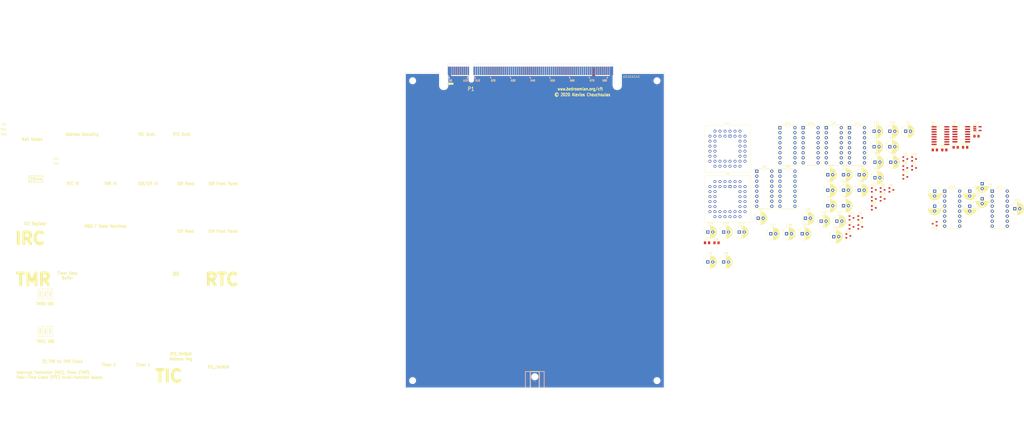
<source format=kicad_pcb>
(kicad_pcb (version 20171130) (host pcbnew 5.1.8-db9833491~88~ubuntu20.04.1)
  (title_block (title "Timer/Interrupt/Clock Board") (comment 1 TIC))
  (layers (0 F.Cu signal) (31 B.Cu signal) (34 B.Paste user) (35 F.Paste user) (36 B.SilkS user) (37 F.SilkS user) (38 B.Mask user) (39 F.Mask user) (44 Edge.Cuts user))
  (net 0 "")
  (net 1 +5V)
  (net 2 GND)
  (net 3 /CLK4)
  (net 4 /CLK3)
  (net 5 /~RESET)
  (net 6 /T34)
  (net 7 /CLK2)
  (net 8 /CLK1)
  (net 9 /~RSTHOLD)
  (net 10 /~R)
  (net 11 /~IO)
  (net 12 /~MEM)
  (net 13 /~ENDEXT)
  (net 14 /~HALT)
  (net 15 /~WS)
  (net 16 /~SKIPEXT)
  (net 17 /~IRQS)
  (net 18 /~SYSDEV)
  (net 19 /~IODEV1xx)
  (net 20 /~IODEV2xx)
  (net 21 /~IODEV3xx)
  (net 22 /~W)
  (net 23 /sheet5DD55211/RSVD2)
  (net 24 /sheet5DD55211/RSVD3)
  (net 25 /sheet5DD55211/RSVD4)
  (net 26 /sheet5DD55211/AB8)
  (net 27 /sheet5DD55211/AB9)
  (net 28 /sheet5DD55211/AB10)
  (net 29 /sheet5DD55211/AB11)
  (net 30 /sheet5DD55211/AB12)
  (net 31 /sheet5DD55211/AB13)
  (net 32 /sheet5DD55211/AB14)
  (net 33 /sheet5DD55211/AB15)
  (net 34 /sheet5DD55211/AB16)
  (net 35 /sheet5DD55211/AB17)
  (net 36 /sheet5DD55211/AB18)
  (net 37 /sheet5DD55211/AB19)
  (net 38 /sheet5DD55211/AB20)
  (net 39 /sheet5DD55211/AB21)
  (net 40 /sheet5DD55211/AB22)
  (net 41 /sheet5DD55211/AB23)
  (net 42 /sheet5DD55211/RSVD1)
  (net 43 /WSTB)
  (net 44 /AB3)
  (net 45 /AB4)
  (net 46 /AB5)
  (net 47 /sheet5DD55211/IBUS0)
  (net 48 /sheet5DD55211/IBUS1)
  (net 49 /sheet5DD55211/IBUS2)
  (net 50 /sheet5DD55211/IBUS3)
  (net 51 /sheet5DD55211/IBUS4)
  (net 52 /sheet5DD55211/IBUS5)
  (net 53 /AB6)
  (net 54 /AB7)
  (net 55 /sheet5DD55211/IBUS6)
  (net 56 /sheet5DD55211/IBUS7)
  (net 57 /sheet5DD55211/RADDR0)
  (net 58 /sheet5DD55211/RADDR1)
  (net 59 /sheet5DD55211/RADDR2)
  (net 60 /sheet5DD55211/RADDR3)
  (net 61 /sheet5DD55211/RADDR4)
  (net 62 /sheet5DD55211/WADDR0)
  (net 63 /sheet5DD55211/WADDR1)
  (net 64 /sheet5DD55211/WADDR2)
  (net 65 /sheet5DD55211/WADDR3)
  (net 66 /sheet5DD55211/WADDR4)
  (net 67 /sheet5DD55211/ACTION0)
  (net 68 /sheet5DD55211/ACTION1)
  (net 69 /sheet5DD55211/ACTION2)
  (net 70 /sheet5DD55211/ACTION3)
  (net 71 /sheet5DD55211/IBUS8)
  (net 72 /sheet5DD55211/IBUS9)
  (net 73 /sheet5DD55211/IBUS10)
  (net 74 /sheet5DD55211/IBUS11)
  (net 75 /sheet5DD55211/IBUS12)
  (net 76 /sheet5DD55211/IBUS13)
  (net 77 /sheet5DD55211/IBUS14)
  (net 78 /sheet5DD55211/IBUS15)
  (net 79 /~FPIRF)
  (net 80 /sheet5DD55211/C19)
  (net 81 /sheet5DD55211/C20)
  (net 82 /sheet5DD55211/C21)
  (net 83 /sheet5DD55211/C23)
  (net 84 /sheet5DD55211/C25)
  (net 85 /sheet5DD55211/C27)
  (net 86 /sheet5DD55211/C29)
  (net 87 /sheet5DD55211/C31)
  (net 88 /sheet5DD55211/C33)
  (net 89 /sheet5DD55211/C35)
  (net 90 /sheet5DD55211/C37)
  (net 91 /sheet5DD55211/C7)
  (net 92 /sheet5DD55211/C8)
  (net 93 /sheet5DD55211/C9)
  (net 94 /sheet5DD55211/C10)
  (net 95 /sheet5DD55211/C11)
  (net 96 /sheet5DD55211/C12)
  (net 97 /sheet5DD55211/C13)
  (net 98 /sheet5DD55211/C14)
  (net 99 /sheet5DD55211/C16)
  (net 100 /sheet5DD55211/C15)
  (net 101 /sheet5DD55211/C18)
  (net 102 /sheet5DD55211/C17)
  (net 103 /sheet5DD55211/C22)
  (net 104 /sheet5DD55211/C24)
  (net 105 /sheet5DD55211/C26)
  (net 106 /sheet5DD55211/C28)
  (net 107 /sheet5DD55211/C30)
  (net 108 /sheet5DD55211/C32)
  (net 109 /sheet5DD55211/C34)
  (net 110 /sheet5DD55211/C36)
  (net 111 /sheet5DD55211/C38)
  (net 112 /~FPIEN)
  (net 113 /G0-0)
  (net 114 /G0-1)
  (net 115 /G0-2)
  (net 116 /G1-0)
  (net 117 /G1-1)
  (net 118 /G1-2)
  (net 119 "Net-(P1-PadB28)")
  (net 120 "Net-(P1-PadB29)")
  (net 121 "Net-(C1-Pad1)")
  (net 122 "Net-(C2-Pad2)")
  (net 123 "Net-(C5-Pad1)")
  (net 124 "Net-(C6-Pad2)")
  (net 125 "Net-(C10-Pad2)")
  (net 126 "Net-(C10-Pad1)")
  (net 127 "Net-(C11-Pad2)")
  (net 128 "Net-(C11-Pad1)")
  (net 129 "Net-(C12-Pad2)")
  (net 130 "Net-(C12-Pad1)")
  (net 131 "Net-(C13-Pad2)")
  (net 132 "Net-(C13-Pad1)")
  (net 133 "Net-(C14-Pad1)")
  (net 134 "Net-(C15-Pad2)")
  (net 135 "Net-(C16-Pad1)")
  (net 136 "Net-(C17-Pad2)")
  (net 137 "Net-(C18-Pad2)")
  (net 138 "Net-(C18-Pad1)")
  (net 139 "Net-(C19-Pad2)")
  (net 140 "Net-(C19-Pad1)")
  (net 141 "Net-(C20-Pad2)")
  (net 142 "Net-(C20-Pad1)")
  (net 143 "Net-(C21-Pad2)")
  (net 144 "Net-(C21-Pad1)")
  (net 145 "Net-(C22-Pad1)")
  (net 146 "Net-(C23-Pad2)")
  (net 147 "Net-(C24-Pad1)")
  (net 148 "Net-(C25-Pad2)")
  (net 149 "Net-(C27-Pad2)")
  (net 150 "Net-(C27-Pad1)")
  (net 151 "Net-(C28-Pad2)")
  (net 152 "Net-(C28-Pad1)")
  (net 153 "Net-(C29-Pad2)")
  (net 154 "Net-(C29-Pad1)")
  (net 155 "Net-(C30-Pad2)")
  (net 156 "Net-(C30-Pad1)")
  (net 157 "Net-(C31-Pad1)")
  (net 158 "Net-(C32-Pad2)")
  (net 159 "Net-(C33-Pad1)")
  (net 160 "Net-(C34-Pad2)")
  (net 161 "Net-(C35-Pad2)")
  (net 162 "Net-(C35-Pad1)")
  (net 163 "Net-(C36-Pad2)")
  (net 164 "Net-(C36-Pad1)")
  (net 165 "Net-(C37-Pad2)")
  (net 166 "Net-(C37-Pad1)")
  (net 167 "Net-(C38-Pad2)")
  (net 168 "Net-(C38-Pad1)")
  (net 169 "Net-(D1-Pad2)")
  (net 170 "Net-(D1-Pad1)")
  (net 171 "Net-(D2-Pad2)")
  (net 172 "Net-(D2-Pad1)")
  (net 173 "Net-(D3-Pad2)")
  (net 174 "Net-(D3-Pad1)")
  (net 175 "Net-(D4-Pad2)")
  (net 176 "Net-(D4-Pad1)")
  (net 177 "Net-(D5-Pad2)")
  (net 178 "Net-(D5-Pad1)")
  (net 179 "Net-(D6-Pad2)")
  (net 180 "Net-(D6-Pad1)")
  (net 181 "Net-(D7-Pad2)")
  (net 182 "Net-(D7-Pad1)")
  (net 183 "Net-(D8-Pad2)")
  (net 184 "Net-(D8-Pad1)")
  (net 185 "Net-(D9-Pad2)")
  (net 186 "Net-(D9-Pad1)")
  (net 187 "Net-(D10-Pad2)")
  (net 188 "Net-(D10-Pad1)")
  (net 189 "Net-(D11-Pad2)")
  (net 190 "Net-(D11-Pad1)")
  (net 191 "Net-(D12-Pad2)")
  (net 192 "Net-(D12-Pad1)")
  (net 193 "Net-(D13-Pad2)")
  (net 194 "Net-(D13-Pad1)")
  (net 195 "Net-(D14-Pad2)")
  (net 196 "Net-(D14-Pad1)")
  (net 197 "Net-(D15-Pad2)")
  (net 198 "Net-(D15-Pad1)")
  (net 199 "Net-(D16-Pad2)")
  (net 200 "Net-(D16-Pad1)")
  (net 201 "Net-(D17-Pad2)")
  (net 202 "Net-(D17-Pad1)")
  (net 203 /sheet5DD55211/DB0)
  (net 204 /sheet5DD55211/DB1)
  (net 205 /sheet5DD55211/DB2)
  (net 206 /sheet5DD55211/DB3)
  (net 207 /sheet5DD55211/DB4)
  (net 208 /sheet5DD55211/DB5)
  (net 209 /sheet5DD55211/DB6)
  (net 210 /sheet5DD55211/DB7)
  (net 211 /sheet5DD55211/~IRQ0)
  (net 212 /sheet5DD55211/~IRQ1)
  (net 213 /sheet5DD55211/~IRQ2)
  (net 214 /sheet5DD55211/~IRQ3)
  (net 215 /sheet5DD55211/~IRQ4)
  (net 216 /sheet5DD55211/DB8)
  (net 217 /sheet5DD55211/DB9)
  (net 218 /sheet5DD55211/DB10)
  (net 219 /sheet5DD55211/DB11)
  (net 220 /sheet5DD55211/DB12)
  (net 221 /sheet5DD55211/DB13)
  (net 222 /sheet5DD55211/DB14)
  (net 223 /sheet5DD55211/DB15)
  (net 224 /sheet5DD55211/AB0)
  (net 225 /sheet5DD55211/AB1)
  (net 226 /sheet5DD55211/AB2)
  (net 227 /sheet5DD55211/~IRQ5)
  (net 228 /sheet5DD55211/~IRQ6)
  (net 229 /sheet5DD55211/~IRQ7)
  (net 230 /sheet5DD55211/~IRQ)
  (net 231 /sheet5DD55211/FPD0)
  (net 232 /sheet5DD55211/FPD1)
  (net 233 /sheet5DD55211/FPD2)
  (net 234 /sheet5DD55211/FPD3)
  (net 235 /sheet5DD55211/FPD4)
  (net 236 /sheet5DD55211/FPD5)
  (net 237 /sheet5DD55211/FPD6)
  (net 238 /sheet5DD55211/FPD7)
  (net 239 "Net-(R1-Pad2)")
  (net 240 /~IOR)
  (net 241 "Net-(R2-Pad2)")
  (net 242 /~IOW)
  (net 243 /~CSTTY0)
  (net 244 /~CSTTY1)
  (net 245 /~CSTTY2)
  (net 246 /~CSTTY3)
  (net 247 /~IDECS0)
  (net 248 /~IDECS1)
  (net 249 /~SRCS)
  (net 250 "Net-(U1-Pad7)")
  (net 251 "/Bus Interface/~AB6")
  (net 252 "Net-(U3-Pad12)")
  (net 253 "Net-(U3-Pad3)")
  (net 254 /RX0)
  (net 255 /TX0)
  (net 256 /~RTS0)
  (net 257 /~CTS0)
  (net 258 "Net-(U5-Pad7)")
  (net 259 /~DSR0)
  (net 260 /~DTR0)
  (net 261 "Net-(U5-Pad10)")
  (net 262 /~CD0)
  (net 263 /RESET)
  (net 264 /~OUT0)
  (net 265 /INT0)
  (net 266 /A0)
  (net 267 /~DTR1)
  (net 268 /~RXRDY0)
  (net 269 /INT1)
  (net 270 /A1)
  (net 271 /~CTS1)
  (net 272 "Net-(U6-Pad26)")
  (net 273 "Net-(U6-Pad18)")
  (net 274 /A2)
  (net 275 /~RTS1)
  (net 276 /~DSR1)
  (net 277 /~RXRDY1)
  (net 278 /~CD1)
  (net 279 "Net-(U6-Pad19)")
  (net 280 /~OUT1)
  (net 281 /D7)
  (net 282 /D5)
  (net 283 /TX1)
  (net 284 /~TXRDY1)
  (net 285 /RX1)
  (net 286 /D6)
  (net 287 /D4)
  (net 288 /D2)
  (net 289 /D0)
  (net 290 "Net-(U6-Pad43)")
  (net 291 /D3)
  (net 292 /D1)
  (net 293 /~TXRDY0)
  (net 294 "Net-(U8-Pad7)")
  (net 295 "Net-(U8-Pad10)")
  (net 296 /RX2)
  (net 297 /~RTS2)
  (net 298 /~CTS2)
  (net 299 "Net-(U10-Pad7)")
  (net 300 /~DSR2)
  (net 301 /~DTR2)
  (net 302 "Net-(U10-Pad10)")
  (net 303 /~CD2)
  (net 304 /~OUT2)
  (net 305 /INT2)
  (net 306 /~DTR3)
  (net 307 /~RXRDY2)
  (net 308 /INT3)
  (net 309 /~CTS3)
  (net 310 "Net-(U11-Pad26)")
  (net 311 "Net-(U11-Pad18)")
  (net 312 /~RTS3)
  (net 313 /~DSR3)
  (net 314 /~RXRDY3)
  (net 315 /~CD3)
  (net 316 "Net-(U11-Pad19)")
  (net 317 /~OUT3)
  (net 318 "Net-(U11-Pad13)")
  (net 319 "Net-(U11-Pad14)")
  (net 320 /~TXRDY3)
  (net 321 /RX3)
  (net 322 "Net-(U11-Pad43)")
  (net 323 /~TXRDY2)
  (net 324 "Net-(U13-Pad7)")
  (net 325 "Net-(U13-Pad10)")
  (net 326 "Net-(U4-Pad13)")
  (net 327 "Net-(U7-Pad13)")
  (net 328 "Net-(U8-Pad13)")
  (net 329 "Net-(U9-Pad13)")
  (net 330 "Net-(U10-Pad13)")
  (net 331 "Net-(D1-Pad3)")
  (net 332 "Net-(D2-Pad3)")
  (net 333 "Net-(D3-Pad3)")
  (net 334 "Net-(D4-Pad3)")
  (net 335 "Net-(D5-Pad3)")
  (net 336 "Net-(D6-Pad3)")
  (net 337 "Net-(D7-Pad3)")
  (net 338 "Net-(D8-Pad3)")
  (net 339 "Net-(D9-Pad3)")
  (net 340 "Net-(D10-Pad3)")
  (net 341 "Net-(D11-Pad3)")
  (net 342 "Net-(D12-Pad3)")
  (net 343 "Net-(D13-Pad3)")
  (net 344 "Net-(D14-Pad3)")
  (net 345 "Net-(D15-Pad3)")
  (net 346 "Net-(D16-Pad3)")
  (net 347 "Net-(D17-Pad3)")
  (module Package_DIP:DIP-16_W7.62mm_Socket (layer F.Cu) (at 327.66 137.16)
    (fp_text reference U13 (at 3.81 -2.33) (layer F.SilkS))
    (fp_text value MAX232)
    (pad 16 thru_hole oval (at 7.62 0) (size 1.6 1.6) (drill 0.8) (layers *.Cu *.Mask) (net 1 +5V))
    (pad 8 thru_hole oval (at 0 17.78) (size 1.6 1.6) (drill 0.8) (layers *.Cu *.Mask) (net 200 "Net-(D16-Pad1)"))
    (pad 15 thru_hole oval (at 7.62 2.54) (size 1.6 1.6) (drill 0.8) (layers *.Cu *.Mask) (net 2 GND))
    (pad 7 thru_hole oval (at 0 15.24) (size 1.6 1.6) (drill 0.8) (layers *.Cu *.Mask) (net 324 "Net-(U13-Pad7)"))
    (pad 14 thru_hole oval (at 7.62 5.08) (size 1.6 1.6) (drill 0.8) (layers *.Cu *.Mask) (net 201 "Net-(D17-Pad2)"))
    (pad 6 thru_hole oval (at 0 12.7) (size 1.6 1.6) (drill 0.8) (layers *.Cu *.Mask) (net 160 "Net-(C34-Pad2)"))
    (pad 13 thru_hole oval (at 7.62 7.62) (size 1.6 1.6) (drill 0.8) (layers *.Cu *.Mask) (net 199 "Net-(D16-Pad2)"))
    (pad 5 thru_hole oval (at 0 10.16) (size 1.6 1.6) (drill 0.8) (layers *.Cu *.Mask) (net 167 "Net-(C38-Pad2)"))
    (pad 12 thru_hole oval (at 7.62 10.16) (size 1.6 1.6) (drill 0.8) (layers *.Cu *.Mask) (net 313 /~DSR3))
    (pad 4 thru_hole oval (at 0 7.62) (size 1.6 1.6) (drill 0.8) (layers *.Cu *.Mask) (net 168 "Net-(C38-Pad1)"))
    (pad 11 thru_hole oval (at 7.62 12.7) (size 1.6 1.6) (drill 0.8) (layers *.Cu *.Mask) (net 306 /~DTR3))
    (pad 3 thru_hole oval (at 0 5.08) (size 1.6 1.6) (drill 0.8) (layers *.Cu *.Mask) (net 165 "Net-(C37-Pad2)"))
    (pad 10 thru_hole oval (at 7.62 15.24) (size 1.6 1.6) (drill 0.8) (layers *.Cu *.Mask) (net 325 "Net-(U13-Pad10)"))
    (pad 2 thru_hole oval (at 0 2.54) (size 1.6 1.6) (drill 0.8) (layers *.Cu *.Mask) (net 159 "Net-(C33-Pad1)"))
    (pad 9 thru_hole oval (at 7.62 17.78) (size 1.6 1.6) (drill 0.8) (layers *.Cu *.Mask) (net 315 /~CD3))
    (pad 1 thru_hole rect (at 0 0) (size 1.6 1.6) (drill 0.8) (layers *.Cu *.Mask) (net 166 "Net-(C37-Pad1)"))
  )
  (module Package_DIP:DIP-16_W7.62mm_Socket (layer F.Cu) (at 244.164759 105)
    (fp_text reference U12 (at 3.81 -2.33) (layer F.SilkS))
    (fp_text value MAX232)
    (pad 16 thru_hole oval (at 7.62 0) (size 1.6 1.6) (drill 0.8) (layers *.Cu *.Mask) (net 1 +5V))
    (pad 8 thru_hole oval (at 0 17.78) (size 1.6 1.6) (drill 0.8) (layers *.Cu *.Mask) (net 196 "Net-(D14-Pad1)"))
    (pad 15 thru_hole oval (at 7.62 2.54) (size 1.6 1.6) (drill 0.8) (layers *.Cu *.Mask) (net 2 GND))
    (pad 7 thru_hole oval (at 0 15.24) (size 1.6 1.6) (drill 0.8) (layers *.Cu *.Mask) (net 198 "Net-(D15-Pad1)"))
    (pad 14 thru_hole oval (at 7.62 5.08) (size 1.6 1.6) (drill 0.8) (layers *.Cu *.Mask) (net 197 "Net-(D15-Pad2)"))
    (pad 6 thru_hole oval (at 0 12.7) (size 1.6 1.6) (drill 0.8) (layers *.Cu *.Mask) (net 158 "Net-(C32-Pad2)"))
    (pad 13 thru_hole oval (at 7.62 7.62) (size 1.6 1.6) (drill 0.8) (layers *.Cu *.Mask) (net 195 "Net-(D14-Pad2)"))
    (pad 5 thru_hole oval (at 0 10.16) (size 1.6 1.6) (drill 0.8) (layers *.Cu *.Mask) (net 163 "Net-(C36-Pad2)"))
    (pad 12 thru_hole oval (at 7.62 10.16) (size 1.6 1.6) (drill 0.8) (layers *.Cu *.Mask) (net 321 /RX3))
    (pad 4 thru_hole oval (at 0 7.62) (size 1.6 1.6) (drill 0.8) (layers *.Cu *.Mask) (net 164 "Net-(C36-Pad1)"))
    (pad 11 thru_hole oval (at 7.62 12.7) (size 1.6 1.6) (drill 0.8) (layers *.Cu *.Mask) (net 321 /RX3))
    (pad 3 thru_hole oval (at 0 5.08) (size 1.6 1.6) (drill 0.8) (layers *.Cu *.Mask) (net 161 "Net-(C35-Pad2)"))
    (pad 10 thru_hole oval (at 7.62 15.24) (size 1.6 1.6) (drill 0.8) (layers *.Cu *.Mask) (net 312 /~RTS3))
    (pad 2 thru_hole oval (at 0 2.54) (size 1.6 1.6) (drill 0.8) (layers *.Cu *.Mask) (net 157 "Net-(C31-Pad1)"))
    (pad 9 thru_hole oval (at 7.62 17.78) (size 1.6 1.6) (drill 0.8) (layers *.Cu *.Mask) (net 309 /~CTS3))
    (pad 1 thru_hole rect (at 0 0) (size 1.6 1.6) (drill 0.8) (layers *.Cu *.Mask) (net 162 "Net-(C35-Pad1)"))
  )
  (module Package_LCC:PLCC-44_THT-Socket (layer F.Cu) (at 218.834759 109.3)
    (fp_text reference U11 (at -1.27 -6.4) (layer F.SilkS))
    (fp_text value 16C2550)
    (pad 39 thru_hole circle (at 7.62 0) (size 1.4224 1.4224) (drill 0.8) (layers *.Cu *.Mask) (net 263 /RESET))
    (pad 37 thru_hole circle (at 7.62 2.54) (size 1.4224 1.4224) (drill 0.8) (layers *.Cu *.Mask) (net 301 /~DTR2))
    (pad 35 thru_hole circle (at 7.62 5.08) (size 1.4224 1.4224) (drill 0.8) (layers *.Cu *.Mask) (net 304 /~OUT2))
    (pad 33 thru_hole circle (at 7.62 7.62) (size 1.4224 1.4224) (drill 0.8) (layers *.Cu *.Mask) (net 305 /INT2))
    (pad 31 thru_hole circle (at 7.62 10.16) (size 1.4224 1.4224) (drill 0.8) (layers *.Cu *.Mask) (net 266 /A0))
    (pad 40 thru_hole circle (at 5.08 -2.54) (size 1.4224 1.4224) (drill 0.8) (layers *.Cu *.Mask) (net 298 /~CTS2))
    (pad 38 thru_hole circle (at 5.08 2.54) (size 1.4224 1.4224) (drill 0.8) (layers *.Cu *.Mask) (net 306 /~DTR3))
    (pad 36 thru_hole circle (at 5.08 5.08) (size 1.4224 1.4224) (drill 0.8) (layers *.Cu *.Mask) (net 297 /~RTS2))
    (pad 34 thru_hole circle (at 5.08 7.62) (size 1.4224 1.4224) (drill 0.8) (layers *.Cu *.Mask) (net 307 /~RXRDY2))
    (pad 32 thru_hole circle (at 5.08 10.16) (size 1.4224 1.4224) (drill 0.8) (layers *.Cu *.Mask) (net 308 /INT3))
    (pad 30 thru_hole circle (at 5.08 12.7) (size 1.4224 1.4224) (drill 0.8) (layers *.Cu *.Mask) (net 270 /A1))
    (pad 28 thru_hole circle (at 5.08 15.24) (size 1.4224 1.4224) (drill 0.8) (layers *.Cu *.Mask) (net 309 /~CTS3))
    (pad 26 thru_hole circle (at 2.54 15.24) (size 1.4224 1.4224) (drill 0.8) (layers *.Cu *.Mask) (net 310 "Net-(U11-Pad26)"))
    (pad 24 thru_hole circle (at 0 15.24) (size 1.4224 1.4224) (drill 0.8) (layers *.Cu *.Mask) (net 240 /~IOR))
    (pad 22 thru_hole circle (at -2.54 15.24) (size 1.4224 1.4224) (drill 0.8) (layers *.Cu *.Mask) (net 2 GND))
    (pad 20 thru_hole circle (at -5.08 15.24) (size 1.4224 1.4224) (drill 0.8) (layers *.Cu *.Mask) (net 242 /~IOW))
    (pad 18 thru_hole circle (at -7.62 15.24) (size 1.4224 1.4224) (drill 0.8) (layers *.Cu *.Mask) (net 311 "Net-(U11-Pad18)"))
    (pad 29 thru_hole circle (at 7.62 12.7) (size 1.4224 1.4224) (drill 0.8) (layers *.Cu *.Mask) (net 274 /A2))
    (pad 27 thru_hole circle (at 2.54 12.7) (size 1.4224 1.4224) (drill 0.8) (layers *.Cu *.Mask) (net 312 /~RTS3))
    (pad 25 thru_hole circle (at 0 12.7) (size 1.4224 1.4224) (drill 0.8) (layers *.Cu *.Mask) (net 313 /~DSR3))
    (pad 23 thru_hole circle (at -2.54 12.7) (size 1.4224 1.4224) (drill 0.8) (layers *.Cu *.Mask) (net 314 /~RXRDY3))
    (pad 21 thru_hole circle (at -5.08 12.7) (size 1.4224 1.4224) (drill 0.8) (layers *.Cu *.Mask) (net 315 /~CD3))
    (pad 19 thru_hole circle (at -7.62 12.7) (size 1.4224 1.4224) (drill 0.8) (layers *.Cu *.Mask) (net 316 "Net-(U11-Pad19)"))
    (pad 17 thru_hole circle (at -10.16 12.7) (size 1.4224 1.4224) (drill 0.8) (layers *.Cu *.Mask) (net 246 /~CSTTY3))
    (pad 15 thru_hole circle (at -10.16 10.16) (size 1.4224 1.4224) (drill 0.8) (layers *.Cu *.Mask) (net 317 /~OUT3))
    (pad 13 thru_hole circle (at -10.16 7.62) (size 1.4224 1.4224) (drill 0.8) (layers *.Cu *.Mask) (net 318 "Net-(U11-Pad13)"))
    (pad 11 thru_hole circle (at -10.16 5.08) (size 1.4224 1.4224) (drill 0.8) (layers *.Cu *.Mask) (net 296 /RX2))
    (pad 9 thru_hole circle (at -10.16 2.54) (size 1.4224 1.4224) (drill 0.8) (layers *.Cu *.Mask) (net 281 /D7))
    (pad 7 thru_hole circle (at -10.16 0) (size 1.4224 1.4224) (drill 0.8) (layers *.Cu *.Mask) (net 282 /D5))
    (pad 16 thru_hole circle (at -7.62 10.16) (size 1.4224 1.4224) (drill 0.8) (layers *.Cu *.Mask) (net 245 /~CSTTY2))
    (pad 14 thru_hole circle (at -7.62 7.62) (size 1.4224 1.4224) (drill 0.8) (layers *.Cu *.Mask) (net 319 "Net-(U11-Pad14)"))
    (pad 12 thru_hole circle (at -7.62 5.08) (size 1.4224 1.4224) (drill 0.8) (layers *.Cu *.Mask) (net 320 /~TXRDY3))
    (pad 10 thru_hole circle (at -7.62 2.54) (size 1.4224 1.4224) (drill 0.8) (layers *.Cu *.Mask) (net 321 /RX3))
    (pad 8 thru_hole circle (at -7.62 0) (size 1.4224 1.4224) (drill 0.8) (layers *.Cu *.Mask) (net 286 /D6))
    (pad 42 thru_hole circle (at 2.54 -2.54) (size 1.4224 1.4224) (drill 0.8) (layers *.Cu *.Mask) (net 303 /~CD2))
    (pad 44 thru_hole circle (at 0 -2.54) (size 1.4224 1.4224) (drill 0.8) (layers *.Cu *.Mask) (net 1 +5V))
    (pad 6 thru_hole circle (at -7.62 -2.54) (size 1.4224 1.4224) (drill 0.8) (layers *.Cu *.Mask) (net 287 /D4))
    (pad 4 thru_hole circle (at -5.08 -2.54) (size 1.4224 1.4224) (drill 0.8) (layers *.Cu *.Mask) (net 288 /D2))
    (pad 2 thru_hole circle (at -2.54 -2.54) (size 1.4224 1.4224) (drill 0.8) (layers *.Cu *.Mask) (net 289 /D0))
    (pad 41 thru_hole circle (at 5.08 0) (size 1.4224 1.4224) (drill 0.8) (layers *.Cu *.Mask) (net 300 /~DSR2))
    (pad 43 thru_hole circle (at 2.54 0) (size 1.4224 1.4224) (drill 0.8) (layers *.Cu *.Mask) (net 322 "Net-(U11-Pad43)"))
    (pad 5 thru_hole circle (at -5.08 0) (size 1.4224 1.4224) (drill 0.8) (layers *.Cu *.Mask) (net 291 /D3))
    (pad 3 thru_hole circle (at -2.54 0) (size 1.4224 1.4224) (drill 0.8) (layers *.Cu *.Mask) (net 292 /D1))
    (pad 1 thru_hole rect (at 0 0) (size 1.4224 1.4224) (drill 0.8) (layers *.Cu *.Mask) (net 323 /~TXRDY2))
  )
  (module Package_DIP:DIP-16_W7.62mm_Socket (layer F.Cu) (at 255.914759 105)
    (fp_text reference U10 (at 3.81 -2.33) (layer F.SilkS))
    (fp_text value MAX232)
    (pad 16 thru_hole oval (at 7.62 0) (size 1.6 1.6) (drill 0.8) (layers *.Cu *.Mask) (net 1 +5V))
    (pad 8 thru_hole oval (at 0 17.78) (size 1.6 1.6) (drill 0.8) (layers *.Cu *.Mask) (net 192 "Net-(D12-Pad1)"))
    (pad 15 thru_hole oval (at 7.62 2.54) (size 1.6 1.6) (drill 0.8) (layers *.Cu *.Mask) (net 2 GND))
    (pad 7 thru_hole oval (at 0 15.24) (size 1.6 1.6) (drill 0.8) (layers *.Cu *.Mask) (net 299 "Net-(U10-Pad7)"))
    (pad 14 thru_hole oval (at 7.62 5.08) (size 1.6 1.6) (drill 0.8) (layers *.Cu *.Mask) (net 193 "Net-(D13-Pad2)"))
    (pad 6 thru_hole oval (at 0 12.7) (size 1.6 1.6) (drill 0.8) (layers *.Cu *.Mask) (net 148 "Net-(C25-Pad2)"))
    (pad 13 thru_hole oval (at 7.62 7.62) (size 1.6 1.6) (drill 0.8) (layers *.Cu *.Mask) (net 330 "Net-(U10-Pad13)"))
    (pad 5 thru_hole oval (at 0 10.16) (size 1.6 1.6) (drill 0.8) (layers *.Cu *.Mask) (net 155 "Net-(C30-Pad2)"))
    (pad 12 thru_hole oval (at 7.62 10.16) (size 1.6 1.6) (drill 0.8) (layers *.Cu *.Mask) (net 300 /~DSR2))
    (pad 4 thru_hole oval (at 0 7.62) (size 1.6 1.6) (drill 0.8) (layers *.Cu *.Mask) (net 156 "Net-(C30-Pad1)"))
    (pad 11 thru_hole oval (at 7.62 12.7) (size 1.6 1.6) (drill 0.8) (layers *.Cu *.Mask) (net 301 /~DTR2))
    (pad 3 thru_hole oval (at 0 5.08) (size 1.6 1.6) (drill 0.8) (layers *.Cu *.Mask) (net 153 "Net-(C29-Pad2)"))
    (pad 10 thru_hole oval (at 7.62 15.24) (size 1.6 1.6) (drill 0.8) (layers *.Cu *.Mask) (net 302 "Net-(U10-Pad10)"))
    (pad 2 thru_hole oval (at 0 2.54) (size 1.6 1.6) (drill 0.8) (layers *.Cu *.Mask) (net 147 "Net-(C24-Pad1)"))
    (pad 9 thru_hole oval (at 7.62 17.78) (size 1.6 1.6) (drill 0.8) (layers *.Cu *.Mask) (net 303 /~CD2))
    (pad 1 thru_hole rect (at 0 0) (size 1.6 1.6) (drill 0.8) (layers *.Cu *.Mask) (net 154 "Net-(C29-Pad1)"))
  )
  (module Package_DIP:DIP-16_W7.62mm_Socket (layer F.Cu) (at 232.414759 127.05)
    (fp_text reference U9 (at 3.81 -2.33) (layer F.SilkS))
    (fp_text value MAX232)
    (pad 16 thru_hole oval (at 7.62 0) (size 1.6 1.6) (drill 0.8) (layers *.Cu *.Mask) (net 1 +5V))
    (pad 8 thru_hole oval (at 0 17.78) (size 1.6 1.6) (drill 0.8) (layers *.Cu *.Mask) (net 188 "Net-(D10-Pad1)"))
    (pad 15 thru_hole oval (at 7.62 2.54) (size 1.6 1.6) (drill 0.8) (layers *.Cu *.Mask) (net 2 GND))
    (pad 7 thru_hole oval (at 0 15.24) (size 1.6 1.6) (drill 0.8) (layers *.Cu *.Mask) (net 190 "Net-(D11-Pad1)"))
    (pad 14 thru_hole oval (at 7.62 5.08) (size 1.6 1.6) (drill 0.8) (layers *.Cu *.Mask) (net 189 "Net-(D11-Pad2)"))
    (pad 6 thru_hole oval (at 0 12.7) (size 1.6 1.6) (drill 0.8) (layers *.Cu *.Mask) (net 146 "Net-(C23-Pad2)"))
    (pad 13 thru_hole oval (at 7.62 7.62) (size 1.6 1.6) (drill 0.8) (layers *.Cu *.Mask) (net 329 "Net-(U9-Pad13)"))
    (pad 5 thru_hole oval (at 0 10.16) (size 1.6 1.6) (drill 0.8) (layers *.Cu *.Mask) (net 151 "Net-(C28-Pad2)"))
    (pad 12 thru_hole oval (at 7.62 10.16) (size 1.6 1.6) (drill 0.8) (layers *.Cu *.Mask) (net 296 /RX2))
    (pad 4 thru_hole oval (at 0 7.62) (size 1.6 1.6) (drill 0.8) (layers *.Cu *.Mask) (net 152 "Net-(C28-Pad1)"))
    (pad 11 thru_hole oval (at 7.62 12.7) (size 1.6 1.6) (drill 0.8) (layers *.Cu *.Mask) (net 296 /RX2))
    (pad 3 thru_hole oval (at 0 5.08) (size 1.6 1.6) (drill 0.8) (layers *.Cu *.Mask) (net 149 "Net-(C27-Pad2)"))
    (pad 10 thru_hole oval (at 7.62 15.24) (size 1.6 1.6) (drill 0.8) (layers *.Cu *.Mask) (net 297 /~RTS2))
    (pad 2 thru_hole oval (at 0 2.54) (size 1.6 1.6) (drill 0.8) (layers *.Cu *.Mask) (net 145 "Net-(C22-Pad1)"))
    (pad 9 thru_hole oval (at 7.62 17.78) (size 1.6 1.6) (drill 0.8) (layers *.Cu *.Mask) (net 298 /~CTS2))
    (pad 1 thru_hole rect (at 0 0) (size 1.6 1.6) (drill 0.8) (layers *.Cu *.Mask) (net 150 "Net-(C27-Pad1)"))
  )
  (module Package_DIP:DIP-16_W7.62mm_Socket (layer F.Cu) (at 244.164759 127.05)
    (fp_text reference U8 (at 3.81 -2.33) (layer F.SilkS))
    (fp_text value MAX232)
    (pad 16 thru_hole oval (at 7.62 0) (size 1.6 1.6) (drill 0.8) (layers *.Cu *.Mask) (net 1 +5V))
    (pad 8 thru_hole oval (at 0 17.78) (size 1.6 1.6) (drill 0.8) (layers *.Cu *.Mask) (net 184 "Net-(D8-Pad1)"))
    (pad 15 thru_hole oval (at 7.62 2.54) (size 1.6 1.6) (drill 0.8) (layers *.Cu *.Mask) (net 2 GND))
    (pad 7 thru_hole oval (at 0 15.24) (size 1.6 1.6) (drill 0.8) (layers *.Cu *.Mask) (net 294 "Net-(U8-Pad7)"))
    (pad 14 thru_hole oval (at 7.62 5.08) (size 1.6 1.6) (drill 0.8) (layers *.Cu *.Mask) (net 185 "Net-(D9-Pad2)"))
    (pad 6 thru_hole oval (at 0 12.7) (size 1.6 1.6) (drill 0.8) (layers *.Cu *.Mask) (net 136 "Net-(C17-Pad2)"))
    (pad 13 thru_hole oval (at 7.62 7.62) (size 1.6 1.6) (drill 0.8) (layers *.Cu *.Mask) (net 328 "Net-(U8-Pad13)"))
    (pad 5 thru_hole oval (at 0 10.16) (size 1.6 1.6) (drill 0.8) (layers *.Cu *.Mask) (net 143 "Net-(C21-Pad2)"))
    (pad 12 thru_hole oval (at 7.62 10.16) (size 1.6 1.6) (drill 0.8) (layers *.Cu *.Mask) (net 276 /~DSR1))
    (pad 4 thru_hole oval (at 0 7.62) (size 1.6 1.6) (drill 0.8) (layers *.Cu *.Mask) (net 144 "Net-(C21-Pad1)"))
    (pad 11 thru_hole oval (at 7.62 12.7) (size 1.6 1.6) (drill 0.8) (layers *.Cu *.Mask) (net 267 /~DTR1))
    (pad 3 thru_hole oval (at 0 5.08) (size 1.6 1.6) (drill 0.8) (layers *.Cu *.Mask) (net 141 "Net-(C20-Pad2)"))
    (pad 10 thru_hole oval (at 7.62 15.24) (size 1.6 1.6) (drill 0.8) (layers *.Cu *.Mask) (net 295 "Net-(U8-Pad10)"))
    (pad 2 thru_hole oval (at 0 2.54) (size 1.6 1.6) (drill 0.8) (layers *.Cu *.Mask) (net 135 "Net-(C16-Pad1)"))
    (pad 9 thru_hole oval (at 7.62 17.78) (size 1.6 1.6) (drill 0.8) (layers *.Cu *.Mask) (net 278 /~CD1))
    (pad 1 thru_hole rect (at 0 0) (size 1.6 1.6) (drill 0.8) (layers *.Cu *.Mask) (net 142 "Net-(C20-Pad1)"))
  )
  (module Package_DIP:DIP-16_W7.62mm_Socket (layer F.Cu) (at 351.79 137.16)
    (fp_text reference U7 (at 3.81 -2.33) (layer F.SilkS))
    (fp_text value MAX232)
    (pad 16 thru_hole oval (at 7.62 0) (size 1.6 1.6) (drill 0.8) (layers *.Cu *.Mask) (net 1 +5V))
    (pad 8 thru_hole oval (at 0 17.78) (size 1.6 1.6) (drill 0.8) (layers *.Cu *.Mask) (net 180 "Net-(D6-Pad1)"))
    (pad 15 thru_hole oval (at 7.62 2.54) (size 1.6 1.6) (drill 0.8) (layers *.Cu *.Mask) (net 2 GND))
    (pad 7 thru_hole oval (at 0 15.24) (size 1.6 1.6) (drill 0.8) (layers *.Cu *.Mask) (net 182 "Net-(D7-Pad1)"))
    (pad 14 thru_hole oval (at 7.62 5.08) (size 1.6 1.6) (drill 0.8) (layers *.Cu *.Mask) (net 181 "Net-(D7-Pad2)"))
    (pad 6 thru_hole oval (at 0 12.7) (size 1.6 1.6) (drill 0.8) (layers *.Cu *.Mask) (net 134 "Net-(C15-Pad2)"))
    (pad 13 thru_hole oval (at 7.62 7.62) (size 1.6 1.6) (drill 0.8) (layers *.Cu *.Mask) (net 327 "Net-(U7-Pad13)"))
    (pad 5 thru_hole oval (at 0 10.16) (size 1.6 1.6) (drill 0.8) (layers *.Cu *.Mask) (net 139 "Net-(C19-Pad2)"))
    (pad 12 thru_hole oval (at 7.62 10.16) (size 1.6 1.6) (drill 0.8) (layers *.Cu *.Mask) (net 285 /RX1))
    (pad 4 thru_hole oval (at 0 7.62) (size 1.6 1.6) (drill 0.8) (layers *.Cu *.Mask) (net 140 "Net-(C19-Pad1)"))
    (pad 11 thru_hole oval (at 7.62 12.7) (size 1.6 1.6) (drill 0.8) (layers *.Cu *.Mask) (net 283 /TX1))
    (pad 3 thru_hole oval (at 0 5.08) (size 1.6 1.6) (drill 0.8) (layers *.Cu *.Mask) (net 137 "Net-(C18-Pad2)"))
    (pad 10 thru_hole oval (at 7.62 15.24) (size 1.6 1.6) (drill 0.8) (layers *.Cu *.Mask) (net 275 /~RTS1))
    (pad 2 thru_hole oval (at 0 2.54) (size 1.6 1.6) (drill 0.8) (layers *.Cu *.Mask) (net 133 "Net-(C14-Pad1)"))
    (pad 9 thru_hole oval (at 7.62 17.78) (size 1.6 1.6) (drill 0.8) (layers *.Cu *.Mask) (net 271 /~CTS1))
    (pad 1 thru_hole rect (at 0 0) (size 1.6 1.6) (drill 0.8) (layers *.Cu *.Mask) (net 138 "Net-(C18-Pad1)"))
  )
  (module Package_LCC:PLCC-44_THT-Socket (layer F.Cu) (at 218.834759 134.85)
    (fp_text reference U6 (at -1.27 -6.4) (layer F.SilkS))
    (fp_text value 16C2550)
    (pad 39 thru_hole circle (at 7.62 0) (size 1.4224 1.4224) (drill 0.8) (layers *.Cu *.Mask) (net 263 /RESET))
    (pad 37 thru_hole circle (at 7.62 2.54) (size 1.4224 1.4224) (drill 0.8) (layers *.Cu *.Mask) (net 260 /~DTR0))
    (pad 35 thru_hole circle (at 7.62 5.08) (size 1.4224 1.4224) (drill 0.8) (layers *.Cu *.Mask) (net 264 /~OUT0))
    (pad 33 thru_hole circle (at 7.62 7.62) (size 1.4224 1.4224) (drill 0.8) (layers *.Cu *.Mask) (net 265 /INT0))
    (pad 31 thru_hole circle (at 7.62 10.16) (size 1.4224 1.4224) (drill 0.8) (layers *.Cu *.Mask) (net 266 /A0))
    (pad 40 thru_hole circle (at 5.08 -2.54) (size 1.4224 1.4224) (drill 0.8) (layers *.Cu *.Mask) (net 257 /~CTS0))
    (pad 38 thru_hole circle (at 5.08 2.54) (size 1.4224 1.4224) (drill 0.8) (layers *.Cu *.Mask) (net 267 /~DTR1))
    (pad 36 thru_hole circle (at 5.08 5.08) (size 1.4224 1.4224) (drill 0.8) (layers *.Cu *.Mask) (net 256 /~RTS0))
    (pad 34 thru_hole circle (at 5.08 7.62) (size 1.4224 1.4224) (drill 0.8) (layers *.Cu *.Mask) (net 268 /~RXRDY0))
    (pad 32 thru_hole circle (at 5.08 10.16) (size 1.4224 1.4224) (drill 0.8) (layers *.Cu *.Mask) (net 269 /INT1))
    (pad 30 thru_hole circle (at 5.08 12.7) (size 1.4224 1.4224) (drill 0.8) (layers *.Cu *.Mask) (net 270 /A1))
    (pad 28 thru_hole circle (at 5.08 15.24) (size 1.4224 1.4224) (drill 0.8) (layers *.Cu *.Mask) (net 271 /~CTS1))
    (pad 26 thru_hole circle (at 2.54 15.24) (size 1.4224 1.4224) (drill 0.8) (layers *.Cu *.Mask) (net 272 "Net-(U6-Pad26)"))
    (pad 24 thru_hole circle (at 0 15.24) (size 1.4224 1.4224) (drill 0.8) (layers *.Cu *.Mask) (net 240 /~IOR))
    (pad 22 thru_hole circle (at -2.54 15.24) (size 1.4224 1.4224) (drill 0.8) (layers *.Cu *.Mask) (net 2 GND))
    (pad 20 thru_hole circle (at -5.08 15.24) (size 1.4224 1.4224) (drill 0.8) (layers *.Cu *.Mask) (net 242 /~IOW))
    (pad 18 thru_hole circle (at -7.62 15.24) (size 1.4224 1.4224) (drill 0.8) (layers *.Cu *.Mask) (net 273 "Net-(U6-Pad18)"))
    (pad 29 thru_hole circle (at 7.62 12.7) (size 1.4224 1.4224) (drill 0.8) (layers *.Cu *.Mask) (net 274 /A2))
    (pad 27 thru_hole circle (at 2.54 12.7) (size 1.4224 1.4224) (drill 0.8) (layers *.Cu *.Mask) (net 275 /~RTS1))
    (pad 25 thru_hole circle (at 0 12.7) (size 1.4224 1.4224) (drill 0.8) (layers *.Cu *.Mask) (net 276 /~DSR1))
    (pad 23 thru_hole circle (at -2.54 12.7) (size 1.4224 1.4224) (drill 0.8) (layers *.Cu *.Mask) (net 277 /~RXRDY1))
    (pad 21 thru_hole circle (at -5.08 12.7) (size 1.4224 1.4224) (drill 0.8) (layers *.Cu *.Mask) (net 278 /~CD1))
    (pad 19 thru_hole circle (at -7.62 12.7) (size 1.4224 1.4224) (drill 0.8) (layers *.Cu *.Mask) (net 279 "Net-(U6-Pad19)"))
    (pad 17 thru_hole circle (at -10.16 12.7) (size 1.4224 1.4224) (drill 0.8) (layers *.Cu *.Mask) (net 244 /~CSTTY1))
    (pad 15 thru_hole circle (at -10.16 10.16) (size 1.4224 1.4224) (drill 0.8) (layers *.Cu *.Mask) (net 280 /~OUT1))
    (pad 13 thru_hole circle (at -10.16 7.62) (size 1.4224 1.4224) (drill 0.8) (layers *.Cu *.Mask) (net 255 /TX0))
    (pad 11 thru_hole circle (at -10.16 5.08) (size 1.4224 1.4224) (drill 0.8) (layers *.Cu *.Mask) (net 254 /RX0))
    (pad 9 thru_hole circle (at -10.16 2.54) (size 1.4224 1.4224) (drill 0.8) (layers *.Cu *.Mask) (net 281 /D7))
    (pad 7 thru_hole circle (at -10.16 0) (size 1.4224 1.4224) (drill 0.8) (layers *.Cu *.Mask) (net 282 /D5))
    (pad 16 thru_hole circle (at -7.62 10.16) (size 1.4224 1.4224) (drill 0.8) (layers *.Cu *.Mask) (net 243 /~CSTTY0))
    (pad 14 thru_hole circle (at -7.62 7.62) (size 1.4224 1.4224) (drill 0.8) (layers *.Cu *.Mask) (net 283 /TX1))
    (pad 12 thru_hole circle (at -7.62 5.08) (size 1.4224 1.4224) (drill 0.8) (layers *.Cu *.Mask) (net 284 /~TXRDY1))
    (pad 10 thru_hole circle (at -7.62 2.54) (size 1.4224 1.4224) (drill 0.8) (layers *.Cu *.Mask) (net 285 /RX1))
    (pad 8 thru_hole circle (at -7.62 0) (size 1.4224 1.4224) (drill 0.8) (layers *.Cu *.Mask) (net 286 /D6))
    (pad 42 thru_hole circle (at 2.54 -2.54) (size 1.4224 1.4224) (drill 0.8) (layers *.Cu *.Mask) (net 262 /~CD0))
    (pad 44 thru_hole circle (at 0 -2.54) (size 1.4224 1.4224) (drill 0.8) (layers *.Cu *.Mask) (net 1 +5V))
    (pad 6 thru_hole circle (at -7.62 -2.54) (size 1.4224 1.4224) (drill 0.8) (layers *.Cu *.Mask) (net 287 /D4))
    (pad 4 thru_hole circle (at -5.08 -2.54) (size 1.4224 1.4224) (drill 0.8) (layers *.Cu *.Mask) (net 288 /D2))
    (pad 2 thru_hole circle (at -2.54 -2.54) (size 1.4224 1.4224) (drill 0.8) (layers *.Cu *.Mask) (net 289 /D0))
    (pad 41 thru_hole circle (at 5.08 0) (size 1.4224 1.4224) (drill 0.8) (layers *.Cu *.Mask) (net 259 /~DSR0))
    (pad 43 thru_hole circle (at 2.54 0) (size 1.4224 1.4224) (drill 0.8) (layers *.Cu *.Mask) (net 290 "Net-(U6-Pad43)"))
    (pad 5 thru_hole circle (at -5.08 0) (size 1.4224 1.4224) (drill 0.8) (layers *.Cu *.Mask) (net 291 /D3))
    (pad 3 thru_hole circle (at -2.54 0) (size 1.4224 1.4224) (drill 0.8) (layers *.Cu *.Mask) (net 292 /D1))
    (pad 1 thru_hole rect (at 0 0) (size 1.4224 1.4224) (drill 0.8) (layers *.Cu *.Mask) (net 293 /~TXRDY0))
  )
  (module Package_DIP:DIP-16_W7.62mm_Socket (layer F.Cu) (at 267.664759 105)
    (fp_text reference U5 (at 3.81 -2.33) (layer F.SilkS))
    (fp_text value MAX232)
    (pad 16 thru_hole oval (at 7.62 0) (size 1.6 1.6) (drill 0.8) (layers *.Cu *.Mask) (net 1 +5V))
    (pad 8 thru_hole oval (at 0 17.78) (size 1.6 1.6) (drill 0.8) (layers *.Cu *.Mask) (net 176 "Net-(D4-Pad1)"))
    (pad 15 thru_hole oval (at 7.62 2.54) (size 1.6 1.6) (drill 0.8) (layers *.Cu *.Mask) (net 2 GND))
    (pad 7 thru_hole oval (at 0 15.24) (size 1.6 1.6) (drill 0.8) (layers *.Cu *.Mask) (net 258 "Net-(U5-Pad7)"))
    (pad 14 thru_hole oval (at 7.62 5.08) (size 1.6 1.6) (drill 0.8) (layers *.Cu *.Mask) (net 177 "Net-(D5-Pad2)"))
    (pad 6 thru_hole oval (at 0 12.7) (size 1.6 1.6) (drill 0.8) (layers *.Cu *.Mask) (net 124 "Net-(C6-Pad2)"))
    (pad 13 thru_hole oval (at 7.62 7.62) (size 1.6 1.6) (drill 0.8) (layers *.Cu *.Mask) (net 175 "Net-(D4-Pad2)"))
    (pad 5 thru_hole oval (at 0 10.16) (size 1.6 1.6) (drill 0.8) (layers *.Cu *.Mask) (net 131 "Net-(C13-Pad2)"))
    (pad 12 thru_hole oval (at 7.62 10.16) (size 1.6 1.6) (drill 0.8) (layers *.Cu *.Mask) (net 259 /~DSR0))
    (pad 4 thru_hole oval (at 0 7.62) (size 1.6 1.6) (drill 0.8) (layers *.Cu *.Mask) (net 132 "Net-(C13-Pad1)"))
    (pad 11 thru_hole oval (at 7.62 12.7) (size 1.6 1.6) (drill 0.8) (layers *.Cu *.Mask) (net 260 /~DTR0))
    (pad 3 thru_hole oval (at 0 5.08) (size 1.6 1.6) (drill 0.8) (layers *.Cu *.Mask) (net 129 "Net-(C12-Pad2)"))
    (pad 10 thru_hole oval (at 7.62 15.24) (size 1.6 1.6) (drill 0.8) (layers *.Cu *.Mask) (net 261 "Net-(U5-Pad10)"))
    (pad 2 thru_hole oval (at 0 2.54) (size 1.6 1.6) (drill 0.8) (layers *.Cu *.Mask) (net 123 "Net-(C5-Pad1)"))
    (pad 9 thru_hole oval (at 7.62 17.78) (size 1.6 1.6) (drill 0.8) (layers *.Cu *.Mask) (net 262 /~CD0))
    (pad 1 thru_hole rect (at 0 0) (size 1.6 1.6) (drill 0.8) (layers *.Cu *.Mask) (net 130 "Net-(C12-Pad1)"))
  )
  (module Package_DIP:DIP-16_W7.62mm_Socket (layer F.Cu) (at 279.414759 105)
    (fp_text reference U4 (at 3.81 -2.33) (layer F.SilkS))
    (fp_text value MAX232)
    (pad 16 thru_hole oval (at 7.62 0) (size 1.6 1.6) (drill 0.8) (layers *.Cu *.Mask) (net 1 +5V))
    (pad 8 thru_hole oval (at 0 17.78) (size 1.6 1.6) (drill 0.8) (layers *.Cu *.Mask) (net 172 "Net-(D2-Pad1)"))
    (pad 15 thru_hole oval (at 7.62 2.54) (size 1.6 1.6) (drill 0.8) (layers *.Cu *.Mask) (net 2 GND))
    (pad 7 thru_hole oval (at 0 15.24) (size 1.6 1.6) (drill 0.8) (layers *.Cu *.Mask) (net 174 "Net-(D3-Pad1)"))
    (pad 14 thru_hole oval (at 7.62 5.08) (size 1.6 1.6) (drill 0.8) (layers *.Cu *.Mask) (net 173 "Net-(D3-Pad2)"))
    (pad 6 thru_hole oval (at 0 12.7) (size 1.6 1.6) (drill 0.8) (layers *.Cu *.Mask) (net 122 "Net-(C2-Pad2)"))
    (pad 13 thru_hole oval (at 7.62 7.62) (size 1.6 1.6) (drill 0.8) (layers *.Cu *.Mask) (net 326 "Net-(U4-Pad13)"))
    (pad 5 thru_hole oval (at 0 10.16) (size 1.6 1.6) (drill 0.8) (layers *.Cu *.Mask) (net 127 "Net-(C11-Pad2)"))
    (pad 12 thru_hole oval (at 7.62 10.16) (size 1.6 1.6) (drill 0.8) (layers *.Cu *.Mask) (net 254 /RX0))
    (pad 4 thru_hole oval (at 0 7.62) (size 1.6 1.6) (drill 0.8) (layers *.Cu *.Mask) (net 128 "Net-(C11-Pad1)"))
    (pad 11 thru_hole oval (at 7.62 12.7) (size 1.6 1.6) (drill 0.8) (layers *.Cu *.Mask) (net 255 /TX0))
    (pad 3 thru_hole oval (at 0 5.08) (size 1.6 1.6) (drill 0.8) (layers *.Cu *.Mask) (net 125 "Net-(C10-Pad2)"))
    (pad 10 thru_hole oval (at 7.62 15.24) (size 1.6 1.6) (drill 0.8) (layers *.Cu *.Mask) (net 256 /~RTS0))
    (pad 2 thru_hole oval (at 0 2.54) (size 1.6 1.6) (drill 0.8) (layers *.Cu *.Mask) (net 121 "Net-(C1-Pad1)"))
    (pad 9 thru_hole oval (at 7.62 17.78) (size 1.6 1.6) (drill 0.8) (layers *.Cu *.Mask) (net 257 /~CTS0))
    (pad 1 thru_hole rect (at 0 0) (size 1.6 1.6) (drill 0.8) (layers *.Cu *.Mask) (net 126 "Net-(C10-Pad1)"))
  )
  (module alexios:SOIC-14 (layer F.Cu) (at 332.842759 104.525)
    (fp_text reference U3 (at -1.300001 -2.25) (layer F.SilkS) (effects (font (size 1 0.83)) (justify left)))
    (fp_text value 74HC32)
    (pad 14 smd rect (at 6.466 0) (size 2.54 0.72) (layers F.Cu F.Paste F.Mask) (net 1 +5V))
    (pad 13 smd rect (at 6.466 1.27) (size 2.54 0.72) (layers F.Cu F.Paste F.Mask) (net 252 "Net-(U3-Pad12)"))
    (pad 12 smd rect (at 6.466 2.54) (size 2.54 0.72) (layers F.Cu F.Paste F.Mask) (net 252 "Net-(U3-Pad12)"))
    (pad 11 smd rect (at 6.466 3.81) (size 2.54 0.72) (layers F.Cu F.Paste F.Mask) (net 241 "Net-(R2-Pad2)"))
    (pad 10 smd rect (at 6.466 5.08) (size 2.54 0.72) (layers F.Cu F.Paste F.Mask) (net 22 /~W))
    (pad 9 smd rect (at 6.466 6.35) (size 2.54 0.72) (layers F.Cu F.Paste F.Mask) (net 19 /~IODEV1xx))
    (pad 8 smd rect (at 6.466 7.62) (size 2.54 0.72) (layers F.Cu F.Paste F.Mask) (net 252 "Net-(U3-Pad12)"))
    (pad 7 smd rect (at 0.008 7.62) (size 2.54 0.72) (layers F.Cu F.Paste F.Mask) (net 2 GND))
    (pad 6 smd rect (at 0.008 6.35) (size 2.54 0.72) (layers F.Cu F.Paste F.Mask) (net 239 "Net-(R1-Pad2)"))
    (pad 5 smd rect (at 0.008 5.08) (size 2.54 0.72) (layers F.Cu F.Paste F.Mask) (net 253 "Net-(U3-Pad3)"))
    (pad 4 smd rect (at 0.008 3.81) (size 2.54 0.72) (layers F.Cu F.Paste F.Mask) (net 253 "Net-(U3-Pad3)"))
    (pad 3 smd rect (at 0 2.54) (size 2.54 0.72) (layers F.Cu F.Paste F.Mask) (net 253 "Net-(U3-Pad3)"))
    (pad 2 smd rect (at 0 1.27) (size 2.54 0.72) (layers F.Cu F.Paste F.Mask) (net 10 /~R))
    (pad 1 smd rect (at 0.012 0) (size 2.54 0.72) (layers F.Cu F.Paste F.Mask) (net 19 /~IODEV1xx))
  )
  (module alexios:SOT-23-5_HandSoldering (layer F.Cu) (at 342.934759 104.525)
    (fp_text reference U2 (at 1.05357 -1.95) (layer F.SilkS) (effects (font (size 1 0.83))))
    (fp_text value 74LVC1G04)
    (pad 5 smd rect (at 2.7 0) (size 1.56 0.65) (layers F.Cu F.Paste F.Mask) (net 1 +5V))
    (pad 4 smd rect (at 2.7 1.9) (size 1.56 0.65) (layers F.Cu F.Paste F.Mask) (net 251 "/Bus Interface/~AB6"))
    (pad 3 smd rect (at 0 1.9) (size 1.56 0.65) (layers F.Cu F.Paste F.Mask) (net 2 GND))
    (pad 2 smd rect (at 0 0.95) (size 1.56 0.65) (layers F.Cu F.Paste F.Mask) (net 53 /AB6))
    (pad 1 smd rect (at 0 0) (size 1.56 0.65) (layers F.Cu F.Paste F.Mask))
  )
  (module alexios:SOIC-16 (layer F.Cu) (at 322.292759 104.575)
    (fp_text reference U1 (at -1.350001 -2.25) (layer F.SilkS) (effects (font (size 1 0.83)) (justify left)))
    (fp_text value 74HC138)
    (pad 16 smd rect (at 6.466 0) (size 2.54 0.72) (layers F.Cu F.Paste F.Mask) (net 1 +5V))
    (pad 15 smd rect (at 6.466 1.27) (size 2.54 0.72) (layers F.Cu F.Paste F.Mask) (net 243 /~CSTTY0))
    (pad 14 smd rect (at 6.466 2.54) (size 2.54 0.72) (layers F.Cu F.Paste F.Mask) (net 244 /~CSTTY1))
    (pad 13 smd rect (at 6.466 3.81) (size 2.54 0.72) (layers F.Cu F.Paste F.Mask) (net 245 /~CSTTY2))
    (pad 12 smd rect (at 6.466 5.08) (size 2.54 0.72) (layers F.Cu F.Paste F.Mask) (net 246 /~CSTTY3))
    (pad 11 smd rect (at 6.466 6.35) (size 2.54 0.72) (layers F.Cu F.Paste F.Mask) (net 247 /~IDECS0))
    (pad 10 smd rect (at 6.466 7.62) (size 2.54 0.72) (layers F.Cu F.Paste F.Mask) (net 248 /~IDECS1))
    (pad 9 smd rect (at 6.466 8.89) (size 2.54 0.72) (layers F.Cu F.Paste F.Mask) (net 249 /~SRCS))
    (pad 8 smd rect (at 0.008 8.89) (size 2.54 0.72) (layers F.Cu F.Paste F.Mask) (net 2 GND))
    (pad 7 smd rect (at 0.008 7.62) (size 2.54 0.72) (layers F.Cu F.Paste F.Mask) (net 250 "Net-(U1-Pad7)"))
    (pad 6 smd rect (at 0.008 6.35) (size 2.54 0.72) (layers F.Cu F.Paste F.Mask) (net 251 "/Bus Interface/~AB6"))
    (pad 5 smd rect (at 0.008 5.08) (size 2.54 0.72) (layers F.Cu F.Paste F.Mask) (net 54 /AB7))
    (pad 4 smd rect (at 0.008 3.81) (size 2.54 0.72) (layers F.Cu F.Paste F.Mask) (net 19 /~IODEV1xx))
    (pad 3 smd rect (at 0 2.54) (size 2.54 0.72) (layers F.Cu F.Paste F.Mask) (net 46 /AB5))
    (pad 2 smd rect (at 0 1.27) (size 2.54 0.72) (layers F.Cu F.Paste F.Mask) (net 45 /AB4))
    (pad 1 smd rect (at 0.012 0) (size 2.54 0.72) (layers F.Cu F.Paste F.Mask) (net 44 /AB3))
  )
  (module alexios:R_SMD_0805_2012Metric_Pad1.15x1.40mm_HandSolder (layer F.Cu) (at 333.249759 114.945)
    (fp_text reference R2 (at -0.254 -1.8288) (layer F.SilkS) (effects (font (size 1 0.83))))
    (fp_text value 30Ω)
    (pad 2 smd roundrect (at 1.025 0) (size 1.15 1.4) (layers F.Cu F.Paste F.Mask) (roundrect_rratio 0.217391) (net 241 "Net-(R2-Pad2)"))
    (pad 1 smd roundrect (at -1.025 0) (size 1.15 1.4) (layers F.Cu F.Paste F.Mask) (roundrect_rratio 0.217391) (net 242 /~IOW))
  )
  (module alexios:R_SMD_0805_2012Metric_Pad1.15x1.40mm_HandSolder (layer F.Cu) (at 322.699759 116.265)
    (fp_text reference R1 (at -0.254 -1.8288) (layer F.SilkS) (effects (font (size 1 0.83))))
    (fp_text value 30Ω)
    (pad 2 smd roundrect (at 1.025 0) (size 1.15 1.4) (layers F.Cu F.Paste F.Mask) (roundrect_rratio 0.217391) (net 239 "Net-(R1-Pad2)"))
    (pad 1 smd roundrect (at -1.025 0) (size 1.15 1.4) (layers F.Cu F.Paste F.Mask) (roundrect_rratio 0.217391) (net 240 /~IOR))
  )
  (module Package_TO_SOT_SMD:SOT-23 (layer F.Cu) (at 307.714759 129.95)
    (fp_text reference D17 (at 0 -2.5) (layer F.SilkS))
    (fp_text value PESD15VS2UT)
    (pad 3 smd rect (at 1 0) (size 0.9 0.8) (layers F.Cu F.Paste F.Mask) (net 347 "Net-(D17-Pad3)"))
    (pad 2 smd rect (at -1 0.95) (size 0.9 0.8) (layers F.Cu F.Paste F.Mask) (net 201 "Net-(D17-Pad2)"))
    (pad 1 smd rect (at -1 -0.95) (size 0.9 0.8) (layers F.Cu F.Paste F.Mask) (net 202 "Net-(D17-Pad1)"))
  )
  (module Package_TO_SOT_SMD:SOT-23 (layer F.Cu) (at 322.58 153.67 180)
    (fp_text reference D16 (at 0 -2.5) (layer F.SilkS))
    (fp_text value PESD15VS2UT)
    (pad 3 smd rect (at 1 0 180) (size 0.9 0.8) (layers F.Cu F.Paste F.Mask) (net 346 "Net-(D16-Pad3)"))
    (pad 2 smd rect (at -1 0.95 180) (size 0.9 0.8) (layers F.Cu F.Paste F.Mask) (net 199 "Net-(D16-Pad2)"))
    (pad 1 smd rect (at -1 -0.95 180) (size 0.9 0.8) (layers F.Cu F.Paste F.Mask) (net 200 "Net-(D16-Pad1)"))
  )
  (module Package_TO_SOT_SMD:SOT-23 (layer F.Cu) (at 284.894759 155.3)
    (fp_text reference D15 (at 0 -2.5) (layer F.SilkS))
    (fp_text value PESD15VS2UT)
    (pad 3 smd rect (at 1 0) (size 0.9 0.8) (layers F.Cu F.Paste F.Mask) (net 345 "Net-(D15-Pad3)"))
    (pad 2 smd rect (at -1 0.95) (size 0.9 0.8) (layers F.Cu F.Paste F.Mask) (net 197 "Net-(D15-Pad2)"))
    (pad 1 smd rect (at -1 -0.95) (size 0.9 0.8) (layers F.Cu F.Paste F.Mask) (net 198 "Net-(D15-Pad1)"))
  )
  (module Package_TO_SOT_SMD:SOT-23 (layer F.Cu) (at 278.834759 159.85)
    (fp_text reference D14 (at 0 -2.5) (layer F.SilkS))
    (fp_text value PESD15VS2UT)
    (pad 3 smd rect (at 1 0) (size 0.9 0.8) (layers F.Cu F.Paste F.Mask) (net 344 "Net-(D14-Pad3)"))
    (pad 2 smd rect (at -1 0.95) (size 0.9 0.8) (layers F.Cu F.Paste F.Mask) (net 195 "Net-(D14-Pad2)"))
    (pad 1 smd rect (at -1 -0.95) (size 0.9 0.8) (layers F.Cu F.Paste F.Mask) (net 196 "Net-(D14-Pad1)"))
  )
  (module Package_TO_SOT_SMD:SOT-23 (layer F.Cu) (at 296.204759 141.1)
    (fp_text reference D13 (at 0 -2.5) (layer F.SilkS))
    (fp_text value PESD15VS2UT)
    (pad 3 smd rect (at 1 0) (size 0.9 0.8) (layers F.Cu F.Paste F.Mask) (net 343 "Net-(D13-Pad3)"))
    (pad 2 smd rect (at -1 0.95) (size 0.9 0.8) (layers F.Cu F.Paste F.Mask) (net 193 "Net-(D13-Pad2)"))
    (pad 1 smd rect (at -1 -0.95) (size 0.9 0.8) (layers F.Cu F.Paste F.Mask) (net 194 "Net-(D13-Pad1)"))
  )
  (module Package_TO_SOT_SMD:SOT-23 (layer F.Cu) (at 291.754759 136.55)
    (fp_text reference D12 (at 0 -2.5) (layer F.SilkS))
    (fp_text value PESD15VS2UT)
    (pad 3 smd rect (at 1 0) (size 0.9 0.8) (layers F.Cu F.Paste F.Mask) (net 342 "Net-(D12-Pad3)"))
    (pad 2 smd rect (at -1 0.95) (size 0.9 0.8) (layers F.Cu F.Paste F.Mask) (net 191 "Net-(D12-Pad2)"))
    (pad 1 smd rect (at -1 -0.95) (size 0.9 0.8) (layers F.Cu F.Paste F.Mask) (net 192 "Net-(D12-Pad1)"))
  )
  (module Package_TO_SOT_SMD:SOT-23 (layer F.Cu) (at 280.444759 150.75)
    (fp_text reference D11 (at 0 -2.5) (layer F.SilkS))
    (fp_text value PESD15VS2UT)
    (pad 3 smd rect (at 1 0) (size 0.9 0.8) (layers F.Cu F.Paste F.Mask) (net 341 "Net-(D11-Pad3)"))
    (pad 2 smd rect (at -1 0.95) (size 0.9 0.8) (layers F.Cu F.Paste F.Mask) (net 189 "Net-(D11-Pad2)"))
    (pad 1 smd rect (at -1 -0.95) (size 0.9 0.8) (layers F.Cu F.Paste F.Mask) (net 190 "Net-(D11-Pad1)"))
  )
  (module Package_TO_SOT_SMD:SOT-23 (layer F.Cu) (at 312.164759 120.85)
    (fp_text reference D10 (at 0 -2.5) (layer F.SilkS))
    (fp_text value PESD15VS2UT)
    (pad 3 smd rect (at 1 0) (size 0.9 0.8) (layers F.Cu F.Paste F.Mask) (net 340 "Net-(D10-Pad3)"))
    (pad 2 smd rect (at -1 0.95) (size 0.9 0.8) (layers F.Cu F.Paste F.Mask) (net 187 "Net-(D10-Pad2)"))
    (pad 1 smd rect (at -1 -0.95) (size 0.9 0.8) (layers F.Cu F.Paste F.Mask) (net 188 "Net-(D10-Pad1)"))
  )
  (module Package_TO_SOT_SMD:SOT-23 (layer F.Cu) (at 307.714759 125.4)
    (fp_text reference D9 (at 0 -2.5) (layer F.SilkS))
    (fp_text value PESD15VS2UT)
    (pad 3 smd rect (at 1 0) (size 0.9 0.8) (layers F.Cu F.Paste F.Mask) (net 339 "Net-(D9-Pad3)"))
    (pad 2 smd rect (at -1 0.95) (size 0.9 0.8) (layers F.Cu F.Paste F.Mask) (net 185 "Net-(D9-Pad2)"))
    (pad 1 smd rect (at -1 -0.95) (size 0.9 0.8) (layers F.Cu F.Paste F.Mask) (net 186 "Net-(D9-Pad1)"))
  )
  (module Package_TO_SOT_SMD:SOT-23 (layer F.Cu) (at 296.204759 136.55)
    (fp_text reference D8 (at 0 -2.5) (layer F.SilkS))
    (fp_text value PESD15VS2UT)
    (pad 3 smd rect (at 1 0) (size 0.9 0.8) (layers F.Cu F.Paste F.Mask) (net 338 "Net-(D8-Pad3)"))
    (pad 2 smd rect (at -1 0.95) (size 0.9 0.8) (layers F.Cu F.Paste F.Mask) (net 183 "Net-(D8-Pad2)"))
    (pad 1 smd rect (at -1 -0.95) (size 0.9 0.8) (layers F.Cu F.Paste F.Mask) (net 184 "Net-(D8-Pad1)"))
  )
  (module Package_TO_SOT_SMD:SOT-23 (layer F.Cu) (at 291.754759 141.1)
    (fp_text reference D7 (at 0 -2.5) (layer F.SilkS))
    (fp_text value PESD15VS2UT)
    (pad 3 smd rect (at 1 0) (size 0.9 0.8) (layers F.Cu F.Paste F.Mask) (net 337 "Net-(D7-Pad3)"))
    (pad 2 smd rect (at -1 0.95) (size 0.9 0.8) (layers F.Cu F.Paste F.Mask) (net 181 "Net-(D7-Pad2)"))
    (pad 1 smd rect (at -1 -0.95) (size 0.9 0.8) (layers F.Cu F.Paste F.Mask) (net 182 "Net-(D7-Pad1)"))
  )
  (module Package_TO_SOT_SMD:SOT-23 (layer F.Cu) (at 300.654759 136.55)
    (fp_text reference D6 (at 0 -2.5) (layer F.SilkS))
    (fp_text value PESD15VS2UT)
    (pad 3 smd rect (at 1 0) (size 0.9 0.8) (layers F.Cu F.Paste F.Mask) (net 336 "Net-(D6-Pad3)"))
    (pad 2 smd rect (at -1 0.95) (size 0.9 0.8) (layers F.Cu F.Paste F.Mask) (net 179 "Net-(D6-Pad2)"))
    (pad 1 smd rect (at -1 -0.95) (size 0.9 0.8) (layers F.Cu F.Paste F.Mask) (net 180 "Net-(D6-Pad1)"))
  )
  (module Package_TO_SOT_SMD:SOT-23 (layer F.Cu) (at 284.894759 150.75)
    (fp_text reference D5 (at 0 -2.5) (layer F.SilkS))
    (fp_text value PESD15VS2UT)
    (pad 3 smd rect (at 1 0) (size 0.9 0.8) (layers F.Cu F.Paste F.Mask) (net 335 "Net-(D5-Pad3)"))
    (pad 2 smd rect (at -1 0.95) (size 0.9 0.8) (layers F.Cu F.Paste F.Mask) (net 177 "Net-(D5-Pad2)"))
    (pad 1 smd rect (at -1 -0.95) (size 0.9 0.8) (layers F.Cu F.Paste F.Mask) (net 178 "Net-(D5-Pad1)"))
  )
  (module Package_TO_SOT_SMD:SOT-23 (layer F.Cu) (at 280.444759 155.3)
    (fp_text reference D4 (at 0 -2.5) (layer F.SilkS))
    (fp_text value PESD15VS2UT)
    (pad 3 smd rect (at 1 0) (size 0.9 0.8) (layers F.Cu F.Paste F.Mask) (net 334 "Net-(D4-Pad3)"))
    (pad 2 smd rect (at -1 0.95) (size 0.9 0.8) (layers F.Cu F.Paste F.Mask) (net 175 "Net-(D4-Pad2)"))
    (pad 1 smd rect (at -1 -0.95) (size 0.9 0.8) (layers F.Cu F.Paste F.Mask) (net 176 "Net-(D4-Pad1)"))
  )
  (module Package_TO_SOT_SMD:SOT-23 (layer F.Cu) (at 307.714759 120.85)
    (fp_text reference D3 (at 0 -2.5) (layer F.SilkS))
    (fp_text value PESD15VS2UT)
    (pad 3 smd rect (at 1 0) (size 0.9 0.8) (layers F.Cu F.Paste F.Mask) (net 333 "Net-(D3-Pad3)"))
    (pad 2 smd rect (at -1 0.95) (size 0.9 0.8) (layers F.Cu F.Paste F.Mask) (net 173 "Net-(D3-Pad2)"))
    (pad 1 smd rect (at -1 -0.95) (size 0.9 0.8) (layers F.Cu F.Paste F.Mask) (net 174 "Net-(D3-Pad1)"))
  )
  (module Package_TO_SOT_SMD:SOT-23 (layer F.Cu) (at 291.754759 145.65)
    (fp_text reference D2 (at 0 -2.5) (layer F.SilkS))
    (fp_text value PESD15VS2UT)
    (pad 3 smd rect (at 1 0) (size 0.9 0.8) (layers F.Cu F.Paste F.Mask) (net 332 "Net-(D2-Pad3)"))
    (pad 2 smd rect (at -1 0.95) (size 0.9 0.8) (layers F.Cu F.Paste F.Mask) (net 171 "Net-(D2-Pad2)"))
    (pad 1 smd rect (at -1 -0.95) (size 0.9 0.8) (layers F.Cu F.Paste F.Mask) (net 172 "Net-(D2-Pad1)"))
  )
  (module Package_TO_SOT_SMD:SOT-23 (layer F.Cu) (at 312.164759 125.4)
    (fp_text reference D1 (at 0 -2.5) (layer F.SilkS))
    (fp_text value PESD15VS2UT)
    (pad 3 smd rect (at 1 0) (size 0.9 0.8) (layers F.Cu F.Paste F.Mask) (net 331 "Net-(D1-Pad3)"))
    (pad 2 smd rect (at -1 0.95) (size 0.9 0.8) (layers F.Cu F.Paste F.Mask) (net 169 "Net-(D1-Pad2)"))
    (pad 1 smd rect (at -1 -0.95) (size 0.9 0.8) (layers F.Cu F.Paste F.Mask) (net 170 "Net-(D1-Pad1)"))
  )
  (module alexios:C_SMD_0805_2012Metric_Pad1.15x1.40mm_HandSolder (layer F.Cu) (at 327.499759 116.265)
    (fp_text reference C41 (at -0.254 -1.8288) (layer F.SilkS) (effects (font (size 1 0.83))))
    (fp_text value 100nF)
    (pad 2 smd roundrect (at 1.025 0) (size 1.15 1.4) (layers F.Cu F.Paste F.Mask) (roundrect_rratio 0.217391) (net 2 GND))
    (pad 1 smd roundrect (at -1.025 0) (size 1.15 1.4) (layers F.Cu F.Paste F.Mask) (roundrect_rratio 0.217391) (net 1 +5V))
  )
  (module alexios:C_SMD_0805_2012Metric_Pad1.15x1.40mm_HandSolder (layer F.Cu) (at 343.799759 109.315)
    (fp_text reference C40 (at -0.254 -1.8288) (layer F.SilkS) (effects (font (size 1 0.83))))
    (fp_text value 100nF)
    (pad 2 smd roundrect (at 1.025 0) (size 1.15 1.4) (layers F.Cu F.Paste F.Mask) (roundrect_rratio 0.217391) (net 2 GND))
    (pad 1 smd roundrect (at -1.025 0) (size 1.15 1.4) (layers F.Cu F.Paste F.Mask) (roundrect_rratio 0.217391) (net 1 +5V))
  )
  (module alexios:C_SMD_0805_2012Metric_Pad1.15x1.40mm_HandSolder (layer F.Cu) (at 338.049759 114.945)
    (fp_text reference C39 (at -0.254 -1.8288) (layer F.SilkS) (effects (font (size 1 0.83))))
    (fp_text value 100nF)
    (pad 2 smd roundrect (at 1.025 0) (size 1.15 1.4) (layers F.Cu F.Paste F.Mask) (roundrect_rratio 0.217391) (net 2 GND))
    (pad 1 smd roundrect (at -1.025 0) (size 1.15 1.4) (layers F.Cu F.Paste F.Mask) (roundrect_rratio 0.217391) (net 1 +5V))
  )
  (module Capacitor_THT:CP_Radial_D6.3mm_P2.50mm (layer F.Cu) (at 322.58 144.78 270)
    (fp_text reference C38 (at 1.25 -4.4 90) (layer F.SilkS))
    (fp_text value 1μF)
    (pad 2 thru_hole circle (at 2.5 0 270) (size 1.6 1.6) (drill 0.8) (layers *.Cu *.Mask) (net 167 "Net-(C38-Pad2)"))
    (pad 1 thru_hole rect (at 0 0 270) (size 1.6 1.6) (drill 0.8) (layers *.Cu *.Mask) (net 168 "Net-(C38-Pad1)"))
  )
  (module Capacitor_THT:CP_Radial_D6.3mm_P2.50mm (layer F.Cu) (at 322.58 137.16 270)
    (fp_text reference C37 (at 1.25 -4.4 90) (layer F.SilkS))
    (fp_text value 1μF)
    (pad 2 thru_hole circle (at 2.5 0 270) (size 1.6 1.6) (drill 0.8) (layers *.Cu *.Mask) (net 165 "Net-(C37-Pad2)"))
    (pad 1 thru_hole rect (at 0 0 270) (size 1.6 1.6) (drill 0.8) (layers *.Cu *.Mask) (net 166 "Net-(C37-Pad1)"))
  )
  (module Capacitor_THT:CP_Radial_D6.3mm_P2.50mm (layer F.Cu) (at 300.32 122.5)
    (fp_text reference C36 (at 1.25 -4.4) (layer F.SilkS))
    (fp_text value 1μF)
    (pad 2 thru_hole circle (at 2.5 0) (size 1.6 1.6) (drill 0.8) (layers *.Cu *.Mask) (net 163 "Net-(C36-Pad2)"))
    (pad 1 thru_hole rect (at 0 0) (size 1.6 1.6) (drill 0.8) (layers *.Cu *.Mask) (net 164 "Net-(C36-Pad1)"))
  )
  (module Capacitor_THT:CP_Radial_D6.3mm_P2.50mm (layer F.Cu) (at 292.34 130.35)
    (fp_text reference C35 (at 1.25 -4.4) (layer F.SilkS))
    (fp_text value 1μF)
    (pad 2 thru_hole circle (at 2.5 0) (size 1.6 1.6) (drill 0.8) (layers *.Cu *.Mask) (net 161 "Net-(C35-Pad2)"))
    (pad 1 thru_hole rect (at 0 0) (size 1.6 1.6) (drill 0.8) (layers *.Cu *.Mask) (net 162 "Net-(C35-Pad1)"))
  )
  (module Capacitor_THT:CP_Radial_D6.3mm_P2.50mm (layer F.Cu) (at 340.36 144.78 270)
    (fp_text reference C34 (at 1.25 -4.4 90) (layer F.SilkS))
    (fp_text value 10μF)
    (pad 2 thru_hole circle (at 2.5 0 270) (size 1.6 1.6) (drill 0.8) (layers *.Cu *.Mask) (net 160 "Net-(C34-Pad2)"))
    (pad 1 thru_hole rect (at 0 0 270) (size 1.6 1.6) (drill 0.8) (layers *.Cu *.Mask) (net 2 GND))
  )
  (module Capacitor_THT:CP_Radial_D6.3mm_P2.50mm (layer F.Cu) (at 340.36 137.16 270)
    (fp_text reference C33 (at 1.25 -4.4 90) (layer F.SilkS))
    (fp_text value 10μF)
    (pad 2 thru_hole circle (at 2.5 0 270) (size 1.6 1.6) (drill 0.8) (layers *.Cu *.Mask) (net 1 +5V))
    (pad 1 thru_hole rect (at 0 0 270) (size 1.6 1.6) (drill 0.8) (layers *.Cu *.Mask) (net 159 "Net-(C33-Pad1)"))
  )
  (module Capacitor_THT:CP_Radial_D6.3mm_P2.50mm (layer F.Cu) (at 284.36 128.85)
    (fp_text reference C32 (at 1.25 -4.4) (layer F.SilkS))
    (fp_text value 10μF)
    (pad 2 thru_hole circle (at 2.5 0) (size 1.6 1.6) (drill 0.8) (layers *.Cu *.Mask) (net 158 "Net-(C32-Pad2)"))
    (pad 1 thru_hole rect (at 0 0) (size 1.6 1.6) (drill 0.8) (layers *.Cu *.Mask) (net 2 GND))
  )
  (module Capacitor_THT:CP_Radial_D6.3mm_P2.50mm (layer F.Cu) (at 291.9 106.8)
    (fp_text reference C31 (at 1.25 -4.4) (layer F.SilkS))
    (fp_text value 10μF)
    (pad 2 thru_hole circle (at 2.5 0) (size 1.6 1.6) (drill 0.8) (layers *.Cu *.Mask) (net 1 +5V))
    (pad 1 thru_hole rect (at 0 0) (size 1.6 1.6) (drill 0.8) (layers *.Cu *.Mask) (net 157 "Net-(C31-Pad1)"))
  )
  (module Capacitor_THT:CP_Radial_D6.3mm_P2.50mm (layer F.Cu) (at 276.38 136.7)
    (fp_text reference C30 (at 1.25 -4.4) (layer F.SilkS))
    (fp_text value 1μF)
    (pad 2 thru_hole circle (at 2.5 0) (size 1.6 1.6) (drill 0.8) (layers *.Cu *.Mask) (net 155 "Net-(C30-Pad2)"))
    (pad 1 thru_hole rect (at 0 0) (size 1.6 1.6) (drill 0.8) (layers *.Cu *.Mask) (net 156 "Net-(C30-Pad1)"))
  )
  (module Capacitor_THT:CP_Radial_D6.3mm_P2.50mm (layer F.Cu) (at 257.09 150.9)
    (fp_text reference C29 (at 1.25 -4.4) (layer F.SilkS))
    (fp_text value 1μF)
    (pad 2 thru_hole circle (at 2.5 0) (size 1.6 1.6) (drill 0.8) (layers *.Cu *.Mask) (net 153 "Net-(C29-Pad2)"))
    (pad 1 thru_hole rect (at 0 0) (size 1.6 1.6) (drill 0.8) (layers *.Cu *.Mask) (net 154 "Net-(C29-Pad1)"))
  )
  (module Capacitor_THT:CP_Radial_D6.3mm_P2.50mm (layer F.Cu) (at 247.5 158.75)
    (fp_text reference C28 (at 1.25 -4.4) (layer F.SilkS))
    (fp_text value 1μF)
    (pad 2 thru_hole circle (at 2.5 0) (size 1.6 1.6) (drill 0.8) (layers *.Cu *.Mask) (net 151 "Net-(C28-Pad2)"))
    (pad 1 thru_hole rect (at 0 0) (size 1.6 1.6) (drill 0.8) (layers *.Cu *.Mask) (net 152 "Net-(C28-Pad1)"))
  )
  (module Capacitor_THT:CP_Radial_D6.3mm_P2.50mm (layer F.Cu) (at 291.9 114.65)
    (fp_text reference C27 (at 1.25 -4.4) (layer F.SilkS))
    (fp_text value 1μF)
    (pad 2 thru_hole circle (at 2.5 0) (size 1.6 1.6) (drill 0.8) (layers *.Cu *.Mask) (net 149 "Net-(C27-Pad2)"))
    (pad 1 thru_hole rect (at 0 0) (size 1.6 1.6) (drill 0.8) (layers *.Cu *.Mask) (net 150 "Net-(C27-Pad1)"))
  )
  (module alexios:C_SMD_0805_2012Metric_Pad1.15x1.40mm_HandSolder (layer F.Cu) (at 212.009759 163.345)
    (fp_text reference C26 (at -0.254 -1.8288) (layer F.SilkS) (effects (font (size 1 0.83))))
    (fp_text value C_Small)
    (pad 2 smd roundrect (at 1.025 0) (size 1.15 1.4) (layers F.Cu F.Paste F.Mask) (roundrect_rratio 0.217391) (net 2 GND))
    (pad 1 smd roundrect (at -1.025 0) (size 1.15 1.4) (layers F.Cu F.Paste F.Mask) (roundrect_rratio 0.217391) (net 1 +5V))
  )
  (module Capacitor_THT:CP_Radial_D6.3mm_P2.50mm (layer F.Cu) (at 299.88 106.8)
    (fp_text reference C25 (at 1.25 -4.4) (layer F.SilkS))
    (fp_text value 10μF)
    (pad 2 thru_hole circle (at 2.5 0) (size 1.6 1.6) (drill 0.8) (layers *.Cu *.Mask) (net 148 "Net-(C25-Pad2)"))
    (pad 1 thru_hole rect (at 0 0) (size 1.6 1.6) (drill 0.8) (layers *.Cu *.Mask) (net 2 GND))
  )
  (module Capacitor_THT:CP_Radial_D6.3mm_P2.50mm (layer F.Cu) (at 268.4 136.7)
    (fp_text reference C24 (at 1.25 -4.4) (layer F.SilkS))
    (fp_text value 10μF)
    (pad 2 thru_hole circle (at 2.5 0) (size 1.6 1.6) (drill 0.8) (layers *.Cu *.Mask) (net 1 +5V))
    (pad 1 thru_hole rect (at 0 0) (size 1.6 1.6) (drill 0.8) (layers *.Cu *.Mask) (net 147 "Net-(C24-Pad1)"))
  )
  (module Capacitor_THT:CP_Radial_D6.3mm_P2.50mm (layer F.Cu) (at 276.38 128.85)
    (fp_text reference C23 (at 1.25 -4.4) (layer F.SilkS))
    (fp_text value 10μF)
    (pad 2 thru_hole circle (at 2.5 0) (size 1.6 1.6) (drill 0.8) (layers *.Cu *.Mask) (net 146 "Net-(C23-Pad2)"))
    (pad 1 thru_hole rect (at 0 0) (size 1.6 1.6) (drill 0.8) (layers *.Cu *.Mask) (net 2 GND))
  )
  (module Capacitor_THT:CP_Radial_D6.3mm_P2.50mm (layer F.Cu) (at 268.4 128.85)
    (fp_text reference C22 (at 1.25 -4.4) (layer F.SilkS))
    (fp_text value 10μF)
    (pad 2 thru_hole circle (at 2.5 0) (size 1.6 1.6) (drill 0.8) (layers *.Cu *.Mask) (net 1 +5V))
    (pad 1 thru_hole rect (at 0 0) (size 1.6 1.6) (drill 0.8) (layers *.Cu *.Mask) (net 145 "Net-(C22-Pad1)"))
  )
  (module Capacitor_THT:CP_Radial_D6.3mm_P2.50mm (layer F.Cu) (at 299.88 114.65)
    (fp_text reference C21 (at 1.25 -4.4) (layer F.SilkS))
    (fp_text value 1μF)
    (pad 2 thru_hole circle (at 2.5 0) (size 1.6 1.6) (drill 0.8) (layers *.Cu *.Mask) (net 143 "Net-(C21-Pad2)"))
    (pad 1 thru_hole rect (at 0 0) (size 1.6 1.6) (drill 0.8) (layers *.Cu *.Mask) (net 144 "Net-(C21-Pad1)"))
  )
  (module Capacitor_THT:CP_Radial_D6.3mm_P2.50mm (layer F.Cu) (at 268.4 144.55)
    (fp_text reference C20 (at 1.25 -4.4) (layer F.SilkS))
    (fp_text value 1μF)
    (pad 2 thru_hole circle (at 2.5 0) (size 1.6 1.6) (drill 0.8) (layers *.Cu *.Mask) (net 141 "Net-(C20-Pad2)"))
    (pad 1 thru_hole rect (at 0 0) (size 1.6 1.6) (drill 0.8) (layers *.Cu *.Mask) (net 142 "Net-(C20-Pad1)"))
  )
  (module Capacitor_THT:CP_Radial_D6.3mm_P2.50mm (layer F.Cu) (at 292.34 122.5)
    (fp_text reference C19 (at 1.25 -4.4) (layer F.SilkS))
    (fp_text value 1μF)
    (pad 2 thru_hole circle (at 2.5 0) (size 1.6 1.6) (drill 0.8) (layers *.Cu *.Mask) (net 139 "Net-(C19-Pad2)"))
    (pad 1 thru_hole rect (at 0 0) (size 1.6 1.6) (drill 0.8) (layers *.Cu *.Mask) (net 140 "Net-(C19-Pad1)"))
  )
  (module Capacitor_THT:CP_Radial_D6.3mm_P2.50mm (layer F.Cu) (at 346.71 133.39 270)
    (fp_text reference C18 (at 1.25 -4.4 90) (layer F.SilkS))
    (fp_text value 1μF)
    (pad 2 thru_hole circle (at 2.5 0 270) (size 1.6 1.6) (drill 0.8) (layers *.Cu *.Mask) (net 137 "Net-(C18-Pad2)"))
    (pad 1 thru_hole rect (at 0 0 270) (size 1.6 1.6) (drill 0.8) (layers *.Cu *.Mask) (net 138 "Net-(C18-Pad1)"))
  )
  (module Capacitor_THT:CP_Radial_D6.3mm_P2.50mm (layer F.Cu) (at 239.52 158.75)
    (fp_text reference C17 (at 1.25 -4.4) (layer F.SilkS))
    (fp_text value 10μF)
    (pad 2 thru_hole circle (at 2.5 0) (size 1.6 1.6) (drill 0.8) (layers *.Cu *.Mask) (net 136 "Net-(C17-Pad2)"))
    (pad 1 thru_hole rect (at 0 0) (size 1.6 1.6) (drill 0.8) (layers *.Cu *.Mask) (net 2 GND))
  )
  (module Capacitor_THT:CP_Radial_D6.3mm_P2.50mm (layer F.Cu) (at 207.6 157.9)
    (fp_text reference C16 (at 1.25 -4.4) (layer F.SilkS))
    (fp_text value 10μF)
    (pad 2 thru_hole circle (at 2.5 0) (size 1.6 1.6) (drill 0.8) (layers *.Cu *.Mask) (net 1 +5V))
    (pad 1 thru_hole rect (at 0 0) (size 1.6 1.6) (drill 0.8) (layers *.Cu *.Mask) (net 135 "Net-(C16-Pad1)"))
  )
  (module Capacitor_THT:CP_Radial_D6.3mm_P2.50mm (layer F.Cu) (at 363.22 146.05)
    (fp_text reference C15 (at 1.25 -4.4) (layer F.SilkS))
    (fp_text value 10μF)
    (pad 2 thru_hole circle (at 2.5 0) (size 1.6 1.6) (drill 0.8) (layers *.Cu *.Mask) (net 134 "Net-(C15-Pad2)"))
    (pad 1 thru_hole rect (at 0 0) (size 1.6 1.6) (drill 0.8) (layers *.Cu *.Mask) (net 2 GND))
  )
  (module Capacitor_THT:CP_Radial_D6.3mm_P2.50mm (layer F.Cu) (at 346.71 141.01 270)
    (fp_text reference C14 (at 1.25 -4.4 90) (layer F.SilkS))
    (fp_text value 10μF)
    (pad 2 thru_hole circle (at 2.5 0 270) (size 1.6 1.6) (drill 0.8) (layers *.Cu *.Mask) (net 1 +5V))
    (pad 1 thru_hole rect (at 0 0 270) (size 1.6 1.6) (drill 0.8) (layers *.Cu *.Mask) (net 133 "Net-(C14-Pad1)"))
  )
  (module Capacitor_THT:CP_Radial_D6.3mm_P2.50mm (layer F.Cu) (at 223.56 157.9)
    (fp_text reference C13 (at 1.25 -4.4) (layer F.SilkS))
    (fp_text value 1μF)
    (pad 2 thru_hole circle (at 2.5 0) (size 1.6 1.6) (drill 0.8) (layers *.Cu *.Mask) (net 131 "Net-(C13-Pad2)"))
    (pad 1 thru_hole rect (at 0 0) (size 1.6 1.6) (drill 0.8) (layers *.Cu *.Mask) (net 132 "Net-(C13-Pad1)"))
  )
  (module Capacitor_THT:CP_Radial_D6.3mm_P2.50mm (layer F.Cu) (at 233.15 150.9)
    (fp_text reference C12 (at 1.25 -4.4) (layer F.SilkS))
    (fp_text value 1μF)
    (pad 2 thru_hole circle (at 2.5 0) (size 1.6 1.6) (drill 0.8) (layers *.Cu *.Mask) (net 129 "Net-(C12-Pad2)"))
    (pad 1 thru_hole rect (at 0 0) (size 1.6 1.6) (drill 0.8) (layers *.Cu *.Mask) (net 130 "Net-(C12-Pad1)"))
  )
  (module Capacitor_THT:CP_Radial_D6.3mm_P2.50mm (layer F.Cu) (at 271.44 160.25)
    (fp_text reference C11 (at 1.25 -4.4) (layer F.SilkS))
    (fp_text value 1μF)
    (pad 2 thru_hole circle (at 2.5 0) (size 1.6 1.6) (drill 0.8) (layers *.Cu *.Mask) (net 127 "Net-(C11-Pad2)"))
    (pad 1 thru_hole rect (at 0 0) (size 1.6 1.6) (drill 0.8) (layers *.Cu *.Mask) (net 128 "Net-(C11-Pad1)"))
  )
  (module Capacitor_THT:CP_Radial_D6.3mm_P2.50mm (layer F.Cu) (at 215.58 157.9)
    (fp_text reference C10 (at 1.25 -4.4) (layer F.SilkS))
    (fp_text value 1μF)
    (pad 2 thru_hole circle (at 2.5 0) (size 1.6 1.6) (drill 0.8) (layers *.Cu *.Mask) (net 125 "Net-(C10-Pad2)"))
    (pad 1 thru_hole rect (at 0 0) (size 1.6 1.6) (drill 0.8) (layers *.Cu *.Mask) (net 126 "Net-(C10-Pad1)"))
  )
  (module Capacitor_THT:CP_Radial_D6.3mm_P2.50mm (layer F.Cu) (at 207.6 173.08)
    (fp_text reference C9 (at 1.25 -4.4) (layer F.SilkS))
    (fp_text value 47µF)
    (pad 2 thru_hole circle (at 2.5 0) (size 1.6 1.6) (drill 0.8) (layers *.Cu *.Mask) (net 2 GND))
    (pad 1 thru_hole rect (at 0 0) (size 1.6 1.6) (drill 0.8) (layers *.Cu *.Mask) (net 1 +5V))
  )
  (module Capacitor_THT:CP_Radial_D6.3mm_P2.50mm (layer F.Cu) (at 215.58 173.08)
    (fp_text reference C8 (at 1.25 -4.4) (layer F.SilkS))
    (fp_text value 47µF)
    (pad 2 thru_hole circle (at 2.5 0) (size 1.6 1.6) (drill 0.8) (layers *.Cu *.Mask) (net 2 GND))
    (pad 1 thru_hole rect (at 0 0) (size 1.6 1.6) (drill 0.8) (layers *.Cu *.Mask) (net 1 +5V))
  )
  (module alexios:C_SMD_0805_2012Metric_Pad1.15x1.40mm_HandSolder (layer F.Cu) (at 207.209759 163.345)
    (fp_text reference C7 (at -0.254 -1.8288) (layer F.SilkS) (effects (font (size 1 0.83))))
    (fp_text value C_Small)
    (pad 2 smd roundrect (at 1.025 0) (size 1.15 1.4) (layers F.Cu F.Paste F.Mask) (roundrect_rratio 0.217391) (net 2 GND))
    (pad 1 smd roundrect (at -1.025 0) (size 1.15 1.4) (layers F.Cu F.Paste F.Mask) (roundrect_rratio 0.217391) (net 1 +5V))
  )
  (module Capacitor_THT:CP_Radial_D6.3mm_P2.50mm (layer F.Cu) (at 284.36 136.7)
    (fp_text reference C6 (at 1.25 -4.4) (layer F.SilkS))
    (fp_text value 10μF)
    (pad 2 thru_hole circle (at 2.5 0) (size 1.6 1.6) (drill 0.8) (layers *.Cu *.Mask) (net 124 "Net-(C6-Pad2)"))
    (pad 1 thru_hole rect (at 0 0) (size 1.6 1.6) (drill 0.8) (layers *.Cu *.Mask) (net 2 GND))
  )
  (module Capacitor_THT:CP_Radial_D6.3mm_P2.50mm (layer F.Cu) (at 265.07 152.4)
    (fp_text reference C5 (at 1.25 -4.4) (layer F.SilkS))
    (fp_text value 10μF)
    (pad 2 thru_hole circle (at 2.5 0) (size 1.6 1.6) (drill 0.8) (layers *.Cu *.Mask) (net 1 +5V))
    (pad 1 thru_hole rect (at 0 0) (size 1.6 1.6) (drill 0.8) (layers *.Cu *.Mask) (net 123 "Net-(C5-Pad1)"))
  )
  (module Capacitor_THT:CP_Radial_D6.3mm_P2.50mm (layer F.Cu) (at 276.38 144.55)
    (fp_text reference C4 (at 1.25 -4.4) (layer F.SilkS))
    (fp_text value 47µF)
    (pad 2 thru_hole circle (at 2.5 0) (size 1.6 1.6) (drill 0.8) (layers *.Cu *.Mask) (net 2 GND))
    (pad 1 thru_hole rect (at 0 0) (size 1.6 1.6) (drill 0.8) (layers *.Cu *.Mask) (net 1 +5V))
  )
  (module Capacitor_THT:CP_Radial_D6.3mm_P2.50mm (layer F.Cu) (at 307.86 106.8)
    (fp_text reference C3 (at 1.25 -4.4) (layer F.SilkS))
    (fp_text value 47µF)
    (pad 2 thru_hole circle (at 2.5 0) (size 1.6 1.6) (drill 0.8) (layers *.Cu *.Mask) (net 2 GND))
    (pad 1 thru_hole rect (at 0 0) (size 1.6 1.6) (drill 0.8) (layers *.Cu *.Mask) (net 1 +5V))
  )
  (module Capacitor_THT:CP_Radial_D6.3mm_P2.50mm (layer F.Cu) (at 255.48 158.75)
    (fp_text reference C2 (at 1.25 -4.4) (layer F.SilkS))
    (fp_text value 10μF)
    (pad 2 thru_hole circle (at 2.5 0) (size 1.6 1.6) (drill 0.8) (layers *.Cu *.Mask) (net 122 "Net-(C2-Pad2)"))
    (pad 1 thru_hole rect (at 0 0) (size 1.6 1.6) (drill 0.8) (layers *.Cu *.Mask) (net 2 GND))
  )
  (module Capacitor_THT:CP_Radial_D6.3mm_P2.50mm (layer F.Cu) (at 273.05 152.4)
    (fp_text reference C1 (at 1.25 -4.4) (layer F.SilkS))
    (fp_text value 10μF)
    (pad 2 thru_hole circle (at 2.5 0) (size 1.6 1.6) (drill 0.8) (layers *.Cu *.Mask) (net 1 +5V))
    (pad 1 thru_hole rect (at 0 0) (size 1.6 1.6) (drill 0.8) (layers *.Cu *.Mask) (net 121 "Net-(C1-Pad1)"))
  )
  (module alexios:CFT-2019-Card-Edge (layer F.Cu) (at 76.2 76.2)
    (fp_text reference P1 (at 11.3284 9.144 180) (layer F.SilkS) (effects (font (size 2 1.75) (thickness 0.3))))
    (fp_text value CFT-2019-Bus)
    (fp_line (start 109.64 161.05) (end 109.64 1) (layer Edge.Cuts) (width 0.1))
    (fp_line (start 87.3 1) (end 109.64 1) (layer Edge.Cuts) (width 0.1))
    (fp_line (start 109.64 161.05) (end -22.25 161.05) (layer Edge.Cuts) (width 0.1))
    (fp_line (start -0.65 7.425) (end -0.65 -2.8) (layer Edge.Cuts) (width 0.1))
    (fp_line (start 0.05 -3.5) (end -0.65 -2.8) (layer Edge.Cuts) (width 0.1))
    (fp_line (start 0.05 -3.5) (end 9.85 -3.5) (layer Edge.Cuts) (width 0.1))
    (fp_line (start 9.85 -3.5) (end 10.55 -2.8) (layer Edge.Cuts) (width 0.1))
    (fp_line (start 10.55 -2.8) (end 10.55 4.5) (layer Edge.Cuts) (width 0.1))
    (fp_line (start 12.45 4.5) (end 12.45 -2.8) (layer Edge.Cuts) (width 0.1))
    (fp_line (start 13.15 -3.5) (end 12.45 -2.8) (layer Edge.Cuts) (width 0.1))
    (fp_line (start 13.15 -3.5) (end 82.95 -3.5) (layer Edge.Cuts) (width 0.1))
    (fp_line (start -4.3 1) (end -4.3 7.425) (layer Edge.Cuts) (width 0.1))
    (fp_line (start 82.95 -3.5) (end 83.65 -2.8) (layer Edge.Cuts) (width 0.1))
    (fp_line (start 83.65 7.425) (end 83.65 -2.8) (layer Edge.Cuts) (width 0.1))
    (fp_line (start 87.3 1) (end 87.3 7.425) (layer Edge.Cuts) (width 0.1))
    (fp_line (start -22.25 1) (end -4.3 1) (layer Edge.Cuts) (width 0.1))
    (fp_line (start -22.25 161.05) (end -22.25 1) (layer Edge.Cuts) (width 0.1))
    (fp_text user B60 (at 63.9 4.9 180) (layer B.SilkS) (effects (font (size 1 0.83)) (justify left mirror)))
    (fp_text user B50 (at 54 4.9 180) (layer B.SilkS) (effects (font (size 1 0.83)) (justify left mirror)))
    (fp_text user B40 (at 44 4.9 180) (layer B.SilkS) (effects (font (size 1 0.83)) (justify left mirror)))
    (fp_text user B30 (at 34 4.9 180) (layer B.SilkS) (effects (font (size 1 0.83)) (justify left mirror)))
    (fp_text user B20 (at 23.9 4.9 180) (layer B.SilkS) (effects (font (size 1 0.83)) (justify left mirror)))
    (fp_arc (start 85.475 7.425) (end 87.3 7.425) (angle 180) (layer Edge.Cuts) (width 0.1))
    (fp_arc (start -2.475 7.425) (end -4.3 7.425) (angle -180) (layer Edge.Cuts) (width 0.1))
    (fp_arc (start 11.5 4.5) (end 10.55 4.5) (angle -180) (layer Edge.Cuts) (width 0.1))
    (fp_text user B11 (at 7.2 4.9 180) (layer B.SilkS) (effects (font (size 1 0.83)) (justify right mirror)))
    (fp_text user B1 (at 1.9 4.9 180) (layer B.SilkS) (effects (font (size 1 0.83)) (justify left mirror)))
    (fp_text user A12 (at 13.6 4.9) (layer F.SilkS) (effects (font (size 1 0.83)) (justify left)))
    (fp_text user A80 (at 77.9 4.9) (layer F.SilkS) (effects (font (size 1 0.83)) (justify left)))
    (fp_text user A70 (at 71.5 4.9) (layer F.SilkS) (effects (font (size 1 0.83)) (justify left)))
    (fp_text user A60 (at 61.5 4.9) (layer F.SilkS) (effects (font (size 1 0.83)) (justify left)))
    (fp_text user A50 (at 51.5 4.9) (layer F.SilkS) (effects (font (size 1 0.83)) (justify left)))
    (fp_text user A40 (at 41.5 4.9) (layer F.SilkS) (effects (font (size 1 0.83)) (justify left)))
    (fp_text user A30 (at 31.5 4.9) (layer F.SilkS) (effects (font (size 1 0.83)) (justify left)))
    (fp_text user A20 (at 21.4 4.9) (layer F.SilkS) (effects (font (size 1 0.83)) (justify left)))
    (fp_text user A11 (at 7.3 4.9) (layer F.SilkS) (effects (font (size 1 0.83)) (justify left)))
    (fp_text user A1 (at 0.3 4.9) (layer F.SilkS) (effects (font (size 1 0.83)) (justify left)))
    (fp_text user B12 (at 16.1 4.9 180) (layer B.SilkS) (effects (font (size 1 0.83)) (justify left mirror)))
    (fp_text user B70 (at 74 4.9 180) (layer B.SilkS) (effects (font (size 1 0.83)) (justify left mirror)))
    (fp_text user B80 (at 80.4 4.9 180) (layer B.SilkS) (effects (font (size 1 0.83)) (justify left mirror)))
    (pad B3 connect rect (at 2 0 180) (size 0.7 4.2) (layers B.Cu B.Mask) (net 8 /CLK1))
    (pad B4 connect rect (at 3 0 180) (size 0.7 4.2) (layers B.Cu B.Mask) (net 7 /CLK2))
    (pad B5 connect rect (at 4 0 180) (size 0.7 4.2) (layers B.Cu B.Mask) (net 6 /T34))
    (pad B6 connect rect (at 5 0 180) (size 0.7 4.2) (layers B.Cu B.Mask) (net 5 /~RESET))
    (pad B7 connect rect (at 6 0 180) (size 0.7 4.2) (layers B.Cu B.Mask) (net 47 /sheet5DD55211/IBUS0))
    (pad B8 connect rect (at 7 0 180) (size 0.7 4.2) (layers B.Cu B.Mask) (net 48 /sheet5DD55211/IBUS1))
    (pad B9 connect rect (at 8 0 180) (size 0.7 4.2) (layers B.Cu B.Mask) (net 49 /sheet5DD55211/IBUS2))
    (pad B10 connect rect (at 9 0 180) (size 0.7 4.2) (layers B.Cu B.Mask) (net 50 /sheet5DD55211/IBUS3))
    (pad B11 connect rect (at 10 0 180) (size 0.7 4.2) (layers B.Cu B.Mask) (net 51 /sheet5DD55211/IBUS4))
    (pad B12 connect rect (at 13 0 180) (size 0.7 4.2) (layers B.Cu B.Mask) (net 52 /sheet5DD55211/IBUS5))
    (pad A13 connect rect (at 14 0 180) (size 0.7 4.2) (layers F.Cu F.Mask) (net 53 /AB6))
    (pad A14 connect rect (at 15 0 180) (size 0.7 4.2) (layers F.Cu F.Mask) (net 54 /AB7))
    (pad A15 connect rect (at 16 0 180) (size 0.7 4.2) (layers F.Cu F.Mask) (net 203 /sheet5DD55211/DB0))
    (pad A16 connect rect (at 17 0 180) (size 0.7 4.2) (layers F.Cu F.Mask) (net 204 /sheet5DD55211/DB1))
    (pad A17 connect rect (at 18 0 180) (size 0.7 4.2) (layers F.Cu F.Mask) (net 205 /sheet5DD55211/DB2))
    (pad A18 connect rect (at 19 0 180) (size 0.7 4.2) (layers F.Cu F.Mask) (net 206 /sheet5DD55211/DB3))
    (pad A19 connect rect (at 20 0 180) (size 0.7 4.2) (layers F.Cu F.Mask) (net 207 /sheet5DD55211/DB4))
    (pad A20 connect rect (at 21 0 180) (size 0.7 4.2) (layers F.Cu F.Mask) (net 208 /sheet5DD55211/DB5))
    (pad A21 connect rect (at 22 0 180) (size 0.7 4.2) (layers F.Cu F.Mask) (net 209 /sheet5DD55211/DB6))
    (pad A22 connect rect (at 23 0 180) (size 0.7 4.2) (layers F.Cu F.Mask) (net 210 /sheet5DD55211/DB7))
    (pad A23 connect rect (at 24 0 180) (size 0.7 4.2) (layers F.Cu F.Mask) (net 18 /~SYSDEV))
    (pad A24 connect rect (at 25 0 180) (size 0.7 4.2) (layers F.Cu F.Mask) (net 19 /~IODEV1xx))
    (pad A25 connect rect (at 26 0 180) (size 0.7 4.2) (layers F.Cu F.Mask) (net 20 /~IODEV2xx))
    (pad A26 connect rect (at 27 0 180) (size 0.7 4.2) (layers F.Cu F.Mask) (net 21 /~IODEV3xx))
    (pad A27 connect rect (at 28 0 180) (size 0.7 4.2) (layers F.Cu F.Mask) (net 10 /~R))
    (pad A28 connect rect (at 29 0 180) (size 0.7 4.2) (layers F.Cu F.Mask) (net 22 /~W))
    (pad A29 connect rect (at 30 0 180) (size 0.7 4.2) (layers F.Cu F.Mask) (net 23 /sheet5DD55211/RSVD2))
    (pad A30 connect rect (at 31 0 180) (size 0.7 4.2) (layers F.Cu F.Mask) (net 24 /sheet5DD55211/RSVD3))
    (pad A31 connect rect (at 32 0 180) (size 0.7 4.2) (layers F.Cu F.Mask) (net 25 /sheet5DD55211/RSVD4))
    (pad A32 connect rect (at 33 0 180) (size 0.7 4.2) (layers F.Cu F.Mask) (net 13 /~ENDEXT))
    (pad A33 connect rect (at 34 0 180) (size 0.7 4.2) (layers F.Cu F.Mask) (net 16 /~SKIPEXT))
    (pad A34 connect rect (at 35 0 180) (size 0.7 4.2) (layers F.Cu F.Mask) (net 26 /sheet5DD55211/AB8))
    (pad A35 connect rect (at 36 0 180) (size 0.7 4.2) (layers F.Cu F.Mask) (net 27 /sheet5DD55211/AB9))
    (pad A36 connect rect (at 37 0 180) (size 0.7 4.2) (layers F.Cu F.Mask) (net 28 /sheet5DD55211/AB10))
    (pad A37 connect rect (at 38 0 180) (size 0.7 4.2) (layers F.Cu F.Mask) (net 29 /sheet5DD55211/AB11))
    (pad A38 connect rect (at 39 0 180) (size 0.7 4.2) (layers F.Cu F.Mask) (net 30 /sheet5DD55211/AB12))
    (pad A39 connect rect (at 40 0 180) (size 0.7 4.2) (layers F.Cu F.Mask) (net 31 /sheet5DD55211/AB13))
    (pad A40 connect rect (at 41 0 180) (size 0.7 4.2) (layers F.Cu F.Mask) (net 32 /sheet5DD55211/AB14))
    (pad A41 connect rect (at 42 0 180) (size 0.7 4.2) (layers F.Cu F.Mask) (net 33 /sheet5DD55211/AB15))
    (pad A42 connect rect (at 43 0 180) (size 0.7 4.2) (layers F.Cu F.Mask) (net 34 /sheet5DD55211/AB16))
    (pad A43 connect rect (at 44 0 180) (size 0.7 4.2) (layers F.Cu F.Mask) (net 35 /sheet5DD55211/AB17))
    (pad A44 connect rect (at 45 0 180) (size 0.7 4.2) (layers F.Cu F.Mask) (net 36 /sheet5DD55211/AB18))
    (pad A45 connect rect (at 46 0 180) (size 0.7 4.2) (layers F.Cu F.Mask) (net 37 /sheet5DD55211/AB19))
    (pad A46 connect rect (at 47 0 180) (size 0.7 4.2) (layers F.Cu F.Mask) (net 38 /sheet5DD55211/AB20))
    (pad A47 connect rect (at 48 0 180) (size 0.7 4.2) (layers F.Cu F.Mask) (net 39 /sheet5DD55211/AB21))
    (pad A48 connect rect (at 49 0 180) (size 0.7 4.2) (layers F.Cu F.Mask) (net 40 /sheet5DD55211/AB22))
    (pad A49 connect rect (at 50 0 180) (size 0.7 4.2) (layers F.Cu F.Mask) (net 41 /sheet5DD55211/AB23))
    (pad A50 connect rect (at 51 0 180) (size 0.7 4.2) (layers F.Cu F.Mask) (net 42 /sheet5DD55211/RSVD1))
    (pad A51 connect rect (at 52 0 180) (size 0.7 4.2) (layers F.Cu F.Mask) (net 211 /sheet5DD55211/~IRQ0))
    (pad A52 connect rect (at 53 0 180) (size 0.7 4.2) (layers F.Cu F.Mask) (net 212 /sheet5DD55211/~IRQ1))
    (pad A53 connect rect (at 54 0 180) (size 0.7 4.2) (layers F.Cu F.Mask) (net 213 /sheet5DD55211/~IRQ2))
    (pad A54 connect rect (at 55 0 180) (size 0.7 4.2) (layers F.Cu F.Mask) (net 214 /sheet5DD55211/~IRQ3))
    (pad A55 connect rect (at 56 0 180) (size 0.7 4.2) (layers F.Cu F.Mask) (net 215 /sheet5DD55211/~IRQ4))
    (pad A56 connect rect (at 57 0 180) (size 0.7 4.2) (layers F.Cu F.Mask) (net 216 /sheet5DD55211/DB8))
    (pad A57 connect rect (at 58 0 180) (size 0.7 4.2) (layers F.Cu F.Mask) (net 217 /sheet5DD55211/DB9))
    (pad A58 connect rect (at 59 0 180) (size 0.7 4.2) (layers F.Cu F.Mask) (net 218 /sheet5DD55211/DB10))
    (pad A59 connect rect (at 60 0 180) (size 0.7 4.2) (layers F.Cu F.Mask) (net 219 /sheet5DD55211/DB11))
    (pad A60 connect rect (at 61 0 180) (size 0.7 4.2) (layers F.Cu F.Mask) (net 220 /sheet5DD55211/DB12))
    (pad A61 connect rect (at 62 0 180) (size 0.7 4.2) (layers F.Cu F.Mask) (net 221 /sheet5DD55211/DB13))
    (pad A62 connect rect (at 63 0 180) (size 0.7 4.2) (layers F.Cu F.Mask) (net 222 /sheet5DD55211/DB14))
    (pad A63 connect rect (at 64 0 180) (size 0.7 4.2) (layers F.Cu F.Mask) (net 223 /sheet5DD55211/DB15))
    (pad A64 connect rect (at 65 0 180) (size 0.7 4.2) (layers F.Cu F.Mask) (net 80 /sheet5DD55211/C19))
    (pad A65 connect rect (at 66 0 180) (size 0.7 4.2) (layers F.Cu F.Mask) (net 81 /sheet5DD55211/C20))
    (pad A66 connect rect (at 67 0 180) (size 0.7 4.2) (layers F.Cu F.Mask) (net 82 /sheet5DD55211/C21))
    (pad A6 connect rect (at 5 0 180) (size 0.7 4.2) (layers F.Cu F.Mask) (net 9 /~RSTHOLD))
    (pad A7 connect rect (at 6 0 180) (size 0.7 4.2) (layers F.Cu F.Mask) (net 224 /sheet5DD55211/AB0))
    (pad A8 connect rect (at 7 0 180) (size 0.7 4.2) (layers F.Cu F.Mask) (net 225 /sheet5DD55211/AB1))
    (pad A9 connect rect (at 8 0 180) (size 0.7 4.2) (layers F.Cu F.Mask) (net 226 /sheet5DD55211/AB2))
    (pad A10 connect rect (at 9 0 180) (size 0.7 4.2) (layers F.Cu F.Mask) (net 44 /AB3))
    (pad A11 connect rect (at 10 0 180) (size 0.7 4.2) (layers F.Cu F.Mask) (net 45 /AB4))
    (pad A12 connect rect (at 13 0 180) (size 0.7 4.2) (layers F.Cu F.Mask) (net 46 /AB5))
    (pad B1 connect rect (at 0 0 180) (size 0.7 4.2) (layers B.Cu B.Mask) (net 2 GND))
    (pad B2 connect rect (at 1 0 180) (size 0.7 4.2) (layers B.Cu B.Mask) (net 2 GND))
    (pad A1 connect rect (at 0 0 180) (size 0.7 4.2) (layers F.Cu F.Mask) (net 1 +5V))
    (pad A2 connect rect (at 1 0 180) (size 0.7 4.2) (layers F.Cu F.Mask) (net 1 +5V))
    (pad A3 connect rect (at 2 0 180) (size 0.7 4.2) (layers F.Cu F.Mask) (net 4 /CLK3))
    (pad A4 connect rect (at 3 0 180) (size 0.7 4.2) (layers F.Cu F.Mask) (net 3 /CLK4))
    (pad A5 connect rect (at 4 0 180) (size 0.7 4.2) (layers F.Cu F.Mask) (net 43 /WSTB))
    (pad A67 connect rect (at 68 0 180) (size 0.7 4.2) (layers F.Cu F.Mask) (net 227 /sheet5DD55211/~IRQ5))
    (pad A68 connect rect (at 69 0 180) (size 0.7 4.2) (layers F.Cu F.Mask) (net 228 /sheet5DD55211/~IRQ6))
    (pad A69 connect rect (at 70 0 180) (size 0.7 4.2) (layers F.Cu F.Mask) (net 83 /sheet5DD55211/C23))
    (pad A70 connect rect (at 71 0 180) (size 0.7 4.2) (layers F.Cu F.Mask) (net 229 /sheet5DD55211/~IRQ7))
    (pad A71 connect rect (at 72 0 180) (size 0.7 4.2) (layers F.Cu F.Mask) (net 84 /sheet5DD55211/C25))
    (pad A72 connect rect (at 73 0 180) (size 0.7 4.2) (layers F.Cu F.Mask) (net 2 GND))
    (pad A73 connect rect (at 74 0 180) (size 0.7 4.2) (layers F.Cu F.Mask) (net 2 GND))
    (pad A74 connect rect (at 75 0 180) (size 0.7 4.2) (layers F.Cu F.Mask) (net 85 /sheet5DD55211/C27))
    (pad A75 connect rect (at 76 0 180) (size 0.7 4.2) (layers F.Cu F.Mask) (net 86 /sheet5DD55211/C29))
    (pad A76 connect rect (at 77 0 180) (size 0.7 4.2) (layers F.Cu F.Mask) (net 87 /sheet5DD55211/C31))
    (pad A77 connect rect (at 78 0 180) (size 0.7 4.2) (layers F.Cu F.Mask) (net 88 /sheet5DD55211/C33))
    (pad A78 connect rect (at 79 0 180) (size 0.7 4.2) (layers F.Cu F.Mask) (net 89 /sheet5DD55211/C35))
    (pad A79 connect rect (at 80 0 180) (size 0.7 4.2) (layers F.Cu F.Mask) (net 90 /sheet5DD55211/C37))
    (pad A80 connect rect (at 81 0 180) (size 0.7 4.2) (layers F.Cu F.Mask) (net 112 /~FPIEN))
    (pad A81 connect rect (at 82 0 180) (size 0.7 4.2) (layers F.Cu F.Mask) (net 1 +5V))
    (pad A82 connect rect (at 83 0 180) (size 0.7 4.2) (layers F.Cu F.Mask) (net 1 +5V))
    (pad B13 connect rect (at 14 0 180) (size 0.7 4.2) (layers B.Cu B.Mask) (net 55 /sheet5DD55211/IBUS6))
    (pad B14 connect rect (at 15 0 180) (size 0.7 4.2) (layers B.Cu B.Mask) (net 56 /sheet5DD55211/IBUS7))
    (pad B15 connect rect (at 16 0 180) (size 0.7 4.2) (layers B.Cu B.Mask) (net 57 /sheet5DD55211/RADDR0))
    (pad B16 connect rect (at 17 0 180) (size 0.7 4.2) (layers B.Cu B.Mask) (net 58 /sheet5DD55211/RADDR1))
    (pad B17 connect rect (at 18 0 180) (size 0.7 4.2) (layers B.Cu B.Mask) (net 59 /sheet5DD55211/RADDR2))
    (pad B18 connect rect (at 19 0 180) (size 0.7 4.2) (layers B.Cu B.Mask) (net 60 /sheet5DD55211/RADDR3))
    (pad B19 connect rect (at 20 0 180) (size 0.7 4.2) (layers B.Cu B.Mask) (net 61 /sheet5DD55211/RADDR4))
    (pad B20 connect rect (at 21 0 180) (size 0.7 4.2) (layers B.Cu B.Mask) (net 62 /sheet5DD55211/WADDR0))
    (pad B21 connect rect (at 22 0 180) (size 0.7 4.2) (layers B.Cu B.Mask) (net 63 /sheet5DD55211/WADDR1))
    (pad B22 connect rect (at 23 0 180) (size 0.7 4.2) (layers B.Cu B.Mask) (net 64 /sheet5DD55211/WADDR2))
    (pad B23 connect rect (at 24 0 180) (size 0.7 4.2) (layers B.Cu B.Mask) (net 65 /sheet5DD55211/WADDR3))
    (pad B24 connect rect (at 25 0 180) (size 0.7 4.2) (layers B.Cu B.Mask) (net 66 /sheet5DD55211/WADDR4))
    (pad B25 connect rect (at 26 0 180) (size 0.7 4.2) (layers B.Cu B.Mask) (net 12 /~MEM))
    (pad B26 connect rect (at 27 0 180) (size 0.7 4.2) (layers B.Cu B.Mask) (net 11 /~IO))
    (pad B27 connect rect (at 28 0 180) (size 0.7 4.2) (layers B.Cu B.Mask) (net 15 /~WS))
    (pad B28 connect rect (at 29 0 180) (size 0.7 4.2) (layers B.Cu B.Mask) (net 119 "Net-(P1-PadB28)"))
    (pad B29 connect rect (at 30 0 180) (size 0.7 4.2) (layers B.Cu B.Mask) (net 120 "Net-(P1-PadB29)"))
    (pad B30 connect rect (at 31 0 180) (size 0.7 4.2) (layers B.Cu B.Mask) (net 67 /sheet5DD55211/ACTION0))
    (pad B31 connect rect (at 32 0 180) (size 0.7 4.2) (layers B.Cu B.Mask) (net 68 /sheet5DD55211/ACTION1))
    (pad B32 connect rect (at 33 0 180) (size 0.7 4.2) (layers B.Cu B.Mask) (net 69 /sheet5DD55211/ACTION2))
    (pad B33 connect rect (at 34 0 180) (size 0.7 4.2) (layers B.Cu B.Mask) (net 70 /sheet5DD55211/ACTION3))
    (pad B34 connect rect (at 35 0 180) (size 0.7 4.2) (layers B.Cu B.Mask) (net 71 /sheet5DD55211/IBUS8))
    (pad B35 connect rect (at 36 0 180) (size 0.7 4.2) (layers B.Cu B.Mask) (net 72 /sheet5DD55211/IBUS9))
    (pad B36 connect rect (at 37 0 180) (size 0.7 4.2) (layers B.Cu B.Mask) (net 73 /sheet5DD55211/IBUS10))
    (pad B37 connect rect (at 38 0 180) (size 0.7 4.2) (layers B.Cu B.Mask) (net 74 /sheet5DD55211/IBUS11))
    (pad B38 connect rect (at 39 0 180) (size 0.7 4.2) (layers B.Cu B.Mask) (net 75 /sheet5DD55211/IBUS12))
    (pad B39 connect rect (at 40 0 180) (size 0.7 4.2) (layers B.Cu B.Mask) (net 76 /sheet5DD55211/IBUS13))
    (pad B40 connect rect (at 41 0 180) (size 0.7 4.2) (layers B.Cu B.Mask) (net 77 /sheet5DD55211/IBUS14))
    (pad B41 connect rect (at 42 0 180) (size 0.7 4.2) (layers B.Cu B.Mask) (net 78 /sheet5DD55211/IBUS15))
    (pad B42 connect rect (at 43 0 180) (size 0.7 4.2) (layers B.Cu B.Mask) (net 230 /sheet5DD55211/~IRQ))
    (pad B43 connect rect (at 44 0 180) (size 0.7 4.2) (layers B.Cu B.Mask) (net 17 /~IRQS))
    (pad B44 connect rect (at 45 0 180) (size 0.7 4.2) (layers B.Cu B.Mask) (net 113 /G0-0))
    (pad B45 connect rect (at 46 0 180) (size 0.7 4.2) (layers B.Cu B.Mask) (net 114 /G0-1))
    (pad B46 connect rect (at 47 0 180) (size 0.7 4.2) (layers B.Cu B.Mask) (net 115 /G0-2))
    (pad B47 connect rect (at 48 0 180) (size 0.7 4.2) (layers B.Cu B.Mask) (net 116 /G1-0))
    (pad B48 connect rect (at 49 0 180) (size 0.7 4.2) (layers B.Cu B.Mask) (net 118 /G1-2))
    (pad B49 connect rect (at 50 0 180) (size 0.7 4.2) (layers B.Cu B.Mask) (net 117 /G1-1))
    (pad B50 connect rect (at 51 0 180) (size 0.7 4.2) (layers B.Cu B.Mask) (net 91 /sheet5DD55211/C7))
    (pad B51 connect rect (at 52 0 180) (size 0.7 4.2) (layers B.Cu B.Mask) (net 92 /sheet5DD55211/C8))
    (pad B52 connect rect (at 53 0 180) (size 0.7 4.2) (layers B.Cu B.Mask) (net 93 /sheet5DD55211/C9))
    (pad B53 connect rect (at 54 0 180) (size 0.7 4.2) (layers B.Cu B.Mask) (net 94 /sheet5DD55211/C10))
    (pad B54 connect rect (at 55 0 180) (size 0.7 4.2) (layers B.Cu B.Mask) (net 95 /sheet5DD55211/C11))
    (pad B55 connect rect (at 56 0 180) (size 0.7 4.2) (layers B.Cu B.Mask) (net 96 /sheet5DD55211/C12))
    (pad B56 connect rect (at 57 0 180) (size 0.7 4.2) (layers B.Cu B.Mask) (net 97 /sheet5DD55211/C13))
    (pad B57 connect rect (at 58 0 180) (size 0.7 4.2) (layers B.Cu B.Mask) (net 98 /sheet5DD55211/C14))
    (pad B58 connect rect (at 59 0 180) (size 0.7 4.2) (layers B.Cu B.Mask) (net 99 /sheet5DD55211/C16))
    (pad B59 connect rect (at 60 0 180) (size 0.7 4.2) (layers B.Cu B.Mask) (net 100 /sheet5DD55211/C15))
    (pad B60 connect rect (at 61 0 180) (size 0.7 4.2) (layers B.Cu B.Mask) (net 14 /~HALT))
    (pad B61 connect rect (at 62 0 180) (size 0.7 4.2) (layers B.Cu B.Mask) (net 101 /sheet5DD55211/C18))
    (pad B62 connect rect (at 63 0 180) (size 0.7 4.2) (layers B.Cu B.Mask) (net 102 /sheet5DD55211/C17))
    (pad B63 connect rect (at 64 0 180) (size 0.7 4.2) (layers B.Cu B.Mask) (net 231 /sheet5DD55211/FPD0))
    (pad B64 connect rect (at 65 0 180) (size 0.7 4.2) (layers B.Cu B.Mask) (net 232 /sheet5DD55211/FPD1))
    (pad B65 connect rect (at 66 0 180) (size 0.7 4.2) (layers B.Cu B.Mask) (net 233 /sheet5DD55211/FPD2))
    (pad B66 connect rect (at 67 0 180) (size 0.7 4.2) (layers B.Cu B.Mask) (net 234 /sheet5DD55211/FPD3))
    (pad B67 connect rect (at 68 0 180) (size 0.7 4.2) (layers B.Cu B.Mask) (net 103 /sheet5DD55211/C22))
    (pad B68 connect rect (at 69 0 180) (size 0.7 4.2) (layers B.Cu B.Mask) (net 235 /sheet5DD55211/FPD4))
    (pad B69 connect rect (at 70 0 180) (size 0.7 4.2) (layers B.Cu B.Mask) (net 236 /sheet5DD55211/FPD5))
    (pad B70 connect rect (at 71 0 180) (size 0.7 4.2) (layers B.Cu B.Mask) (net 104 /sheet5DD55211/C24))
    (pad B71 connect rect (at 72 0 180) (size 0.7 4.2) (layers B.Cu B.Mask) (net 105 /sheet5DD55211/C26))
    (pad B72 connect rect (at 73 0 180) (size 0.7 4.2) (layers B.Cu B.Mask) (net 237 /sheet5DD55211/FPD6))
    (pad B73 connect rect (at 74 0 180) (size 0.7 4.2) (layers B.Cu B.Mask) (net 238 /sheet5DD55211/FPD7))
    (pad B74 connect rect (at 75 0 180) (size 0.7 4.2) (layers B.Cu B.Mask) (net 106 /sheet5DD55211/C28))
    (pad B75 connect rect (at 76 0 180) (size 0.7 4.2) (layers B.Cu B.Mask) (net 107 /sheet5DD55211/C30))
    (pad B76 connect rect (at 77 0 180) (size 0.7 4.2) (layers B.Cu B.Mask) (net 108 /sheet5DD55211/C32))
    (pad B77 connect rect (at 78 0 180) (size 0.7 4.2) (layers B.Cu B.Mask) (net 109 /sheet5DD55211/C34))
    (pad B78 connect rect (at 79 0 180) (size 0.7 4.2) (layers B.Cu B.Mask) (net 110 /sheet5DD55211/C36))
    (pad B79 connect rect (at 80 0 180) (size 0.7 4.2) (layers B.Cu B.Mask) (net 111 /sheet5DD55211/C38))
    (pad B80 connect rect (at 81 0 180) (size 0.7 4.2) (layers B.Cu B.Mask) (net 79 /~FPIRF))
    (pad B81 connect rect (at 82 0 180) (size 0.7 4.2) (layers B.Cu B.Mask) (net 2 GND))
    (pad B82 connect rect (at 83 0 180) (size 0.7 4.2) (layers B.Cu B.Mask) (net 2 GND))
  )
  (module MountingHole:MountingHole_2.5mm (layer F.Cu) (at 181.8401 233.21904)
    (fp_text reference REF** hide)
    (fp_text value MountingHole_2.5mm hide)
    (pad 1 np_thru_hole circle (at 0 0) (size 2.5 2.5) (drill 2.5) (layers *.Cu *.Mask))
  )
  (module MountingHole:MountingHole_2.5mm (layer F.Cu) (at 57.9501 233.21904)
    (fp_text reference REF** hide)
    (fp_text value MountingHole_2.5mm hide)
    (pad 1 np_thru_hole circle (at 0 0) (size 2.5 2.5) (drill 2.5) (layers *.Cu *.Mask))
  )
  (module MountingHole:MountingHole_2.5mm (layer F.Cu) (at 181.8401 81.21904)
    (fp_text reference REF** hide)
    (fp_text value MountingHole_2.5mm hide)
    (pad 1 np_thru_hole circle (at 0 0) (size 2.5 2.5) (drill 2.5) (layers *.Cu *.Mask))
  )
  (module MountingHole:MountingHole_2.5mm (layer F.Cu) (at 57.9501 81.21904)
    (fp_text reference REF** hide)
    (fp_text value MountingHole_2.5mm hide)
    (pad 1 np_thru_hole circle (at 0 0) (size 2.5 2.5) (drill 2.5) (layers *.Cu *.Mask))
  )
  (module alexios:vero-card-handle-type-C (layer F.Cu) (at 119.888 231.267)
    (fp_text reference REF** hide)
    (fp_text value vero-card-handle-type-C)
    (pad "" np_thru_hole circle (at 0 0) (size 2.6 2.6) (drill 2.6) (layers *.Cu *.Mask))
  )
  (gr_line (start -136.652 132.588) (end -136.652 129.413) (layer F.SilkS) (width 0.3))
  (gr_text ~IRQ (at -62.103 179.451) (layer F.SilkS) (effects (font (size 1.5 1.25) (thickness 0.3))))
  (gr_line (start -129.54 132.588) (end -136.652 132.588) (layer F.SilkS) (width 0.3))
  (gr_line (start -129.54 129.413) (end -129.54 132.588) (layer F.SilkS) (width 0.3))
  (gr_line (start -136.652 129.413) (end -129.54 129.413) (layer F.SilkS) (width 0.3))
  (gr_text 2044 (at -133.096 131.064) (layer F.SilkS) (effects (font (size 1.66 1.66) (thickness 0.3))))
  (gr_text "© 2020 Alexios Chouchoulas" (at 144.018 88.265) (layer F.SilkS) (effects (font (size 1.5 1.25) (thickness 0.3))))
  (gr_text www.bedroomlan.org/cft (at 142.875 85.344) (layer F.SilkS) (effects (font (size 1.5 1.25) (thickness 0.3))))
  (gr_text JLCJLCJLCJLC (at 164.465 79.121) (layer F.SilkS) (effects (font (size 1 0.83)) (justify left)))
  (gr_text "Interrupt Controller (IRC), Timer (TMR),\nReal-Time Clock (RTC) multi-function board." (at -143.0655 230.3145) (layer F.SilkS) (effects (font (size 1.5 1.25) (thickness 0.3)) (justify left)))
  (gr_line (start -132.08 210.82) (end -132.08 205.74) (layer F.SilkS) (width 0.15))
  (gr_text "RTC Hi" (at -114.3 133.35) (layer F.SilkS) (effects (font (size 1.5 1.25) (thickness 0.3))))
  (gr_text "TMR Hi" (at -95.25 133.35) (layer F.SilkS) (effects (font (size 1.5 1.25) (thickness 0.3))))
  (gr_text "ISR/IER Hi" (at -76.2 133.35) (layer F.SilkS) (effects (font (size 1.5 1.25) (thickness 0.3))))
  (gr_text "ISR Front Panel" (at -38.1 133.35) (layer F.SilkS) (effects (font (size 1.5 1.25) (thickness 0.3))))
  (gr_text "ISR Read" (at -57.15 133.35) (layer F.SilkS) (effects (font (size 1.5 1.25) (thickness 0.3))))
  (gr_text "IEN Front Panel" (at -38.1 157.48) (layer F.SilkS) (effects (font (size 1.5 1.25) (thickness 0.3))))
  (gr_text "IER Read" (at -57.15 157.48) (layer F.SilkS) (effects (font (size 1.5 1.25) (thickness 0.3))))
  (gr_text "IER Register" (at -133.35 153.67) (layer F.SilkS) (effects (font (size 1.5 1.25) (thickness 0.3))))
  (gr_text "IRQ0–7 State Machines" (at -97.79 154.94) (layer F.SilkS) (effects (font (size 1.5 1.25) (thickness 0.3))))
  (gr_text "TMR1 IRQ" (at -128.27 213.36) (layer F.SilkS) (effects (font (size 1.5 1.25) (thickness 0.3))))
  (gr_text "TMR0 IRQ" (at -128.524 194.31) (layer F.SilkS) (effects (font (size 1.5 1.25) (thickness 0.3))))
  (gr_text IRQ2 (at -125.73 208.28 90) (layer F.SilkS) (effects (font (size 1 1))))
  (gr_line (start -124.46 205.74) (end -124.46 210.82) (layer F.SilkS) (width 0.15))
  (gr_text IRQ0 (at -130.81 208.28 90) (layer F.SilkS) (effects (font (size 1 1))))
  (gr_line (start -124.46 210.82) (end -132.08 210.82) (layer F.SilkS) (width 0.15))
  (gr_line (start -129.54 205.74) (end -129.54 210.82) (layer F.SilkS) (width 0.15))
  (gr_line (start -132.08 205.74) (end -124.46 205.74) (layer F.SilkS) (width 0.15))
  (gr_line (start -127 205.74) (end -127 210.82) (layer F.SilkS) (width 0.15))
  (gr_text IRQ1 (at -128.27 208.28 90) (layer F.SilkS) (effects (font (size 1 1))))
  (gr_text IRQ2 (at -125.73 189.23 90) (layer F.SilkS) (effects (font (size 1 1))))
  (gr_text IRQ1 (at -128.27 189.23 90) (layer F.SilkS) (effects (font (size 1 1))))
  (gr_line (start -127 186.69) (end -127 191.77) (layer F.SilkS) (width 0.15))
  (gr_line (start -129.54 186.69) (end -129.54 191.77) (layer F.SilkS) (width 0.15))
  (gr_line (start -132.08 191.77) (end -132.08 186.69) (layer F.SilkS) (width 0.15))
  (gr_line (start -124.46 191.77) (end -132.08 191.77) (layer F.SilkS) (width 0.15))
  (gr_line (start -124.46 186.69) (end -124.46 191.77) (layer F.SilkS) (width 0.15))
  (gr_line (start -132.08 186.69) (end -124.46 186.69) (layer F.SilkS) (width 0.15))
  (gr_text IRQ0 (at -130.81 189.23 90) (layer F.SilkS) (effects (font (size 1 1))))
  (gr_text "32,768 Hz TMR Clock\n" (at -109.22 223.52) (layer F.SilkS) (effects (font (size 1.5 1.25) (thickness 0.3)) (justify right)))
  (gr_text "Timer Data\nBuffer" (at -117.094 179.959) (layer F.SilkS) (effects (font (size 1.5 1.25) (thickness 0.3))))
  (gr_text "Timer 0" (at -96.139 225.171) (layer F.SilkS) (effects (font (size 1.5 1.25) (thickness 0.3))))
  (gr_text "Timer 1" (at -78.74 225.171) (layer F.SilkS) (effects (font (size 1.5 1.25) (thickness 0.3))))
  (gr_text RTC/NVRAM (at -40.513 226.441) (layer F.SilkS) (effects (font (size 1.5 1.25) (thickness 0.3))))
  (gr_text "RTC/NVRAM\nAddress Reg" (at -59.563 220.98) (layer F.SilkS) (effects (font (size 1.5 1.25) (thickness 0.3))))
  (gr_text "RTC Dcdr." (at -58.928 108.331) (layer F.SilkS) (effects (font (size 1.5 1.25) (thickness 0.3))))
  (gr_text "IRC Dcdr." (at -76.708 108.331) (layer F.SilkS) (effects (font (size 1.5 1.25) (thickness 0.3))))
  (gr_text "Address Decoding" (at -118.11 108.331) (layer F.SilkS) (effects (font (size 1.5 1.25) (thickness 0.3)) (justify left)))
  (gr_text 2WS (at -124.206 123.19) (layer F.SilkS) (effects (font (size 1 0.83)) (justify left)))
  (gr_text 1WS (at -124.206 120.777) (layer F.SilkS) (effects (font (size 1 0.83)) (justify left)))
  (gr_text TMR0 (at -149.425524 108.458) (layer F.SilkS) (effects (font (size 1 0.83))))
  (gr_text TMR1 (at -147.749809 105.918) (layer F.SilkS) (effects (font (size 1 0.83)) (justify right)))
  (gr_text RTC (at -148.971 103.378) (layer F.SilkS) (effects (font (size 1 0.83))))
  (gr_text "Wait States" (at -135.001 110.871) (layer F.SilkS) (effects (font (size 1.5 1.25) (thickness 0.3))))
  (gr_text RTC (at -48.006 181.991) (layer F.SilkS) (effects (font (size 6.000001 6.000001) (thickness 1.5)) (justify left)))
  (gr_text TMR (at -144.018 181.991) (layer F.SilkS) (effects (font (size 6.000001 6.000001) (thickness 1.5)) (justify left)))
  (gr_text IRC (at -144.399 161.163) (layer F.SilkS) (effects (font (size 6.000001 6.000001) (thickness 1.5)) (justify left)))
  (gr_text TIC (at -73.406 230.886) (layer F.SilkS) (effects (font (size 6.000001 6.000001) (thickness 1.5)) (justify left)))
  (zone (net 1) (net_name +5V) (layer F.Cu) (priority 2) (connect_pads (clearance 0.508)) (min_thickness 0.1778) (fill yes (arc_segments 32) (thermal_gap 0.508) (thermal_bridge_width 0.508))
    (polygon (pts (xy 139.446 160.274) (xy 92.964 160.274) (xy 92.964 158.242) (xy 139.446 158.242)))
  )
  (zone (net 1) (net_name +5V) (layer F.Cu) (priority 2) (connect_pads (clearance 0.508)) (min_thickness 0.1778) (fill yes (arc_segments 32) (thermal_gap 0.508) (thermal_bridge_width 0.508))
    (polygon (pts (xy 64.77 135.255) (xy 66.04 135.255) (xy 66.04 137.668) (xy 62.865 137.668) (xy 62.865 133.35)))
  )
  (zone (net 2) (net_name GND) (layer B.Cu) (connect_pads (clearance 0.508)) (min_thickness 0.1778) (fill yes (arc_segments 32) (thermal_gap 0.508) (thermal_bridge_width 0.508))
    (polygon (pts (xy 185.750838 237.236) (xy 53.924838 237.236) (xy 53.924838 77.216) (xy 75.768838 77.216) (xy 75.768838 74.168) (xy 159.715838 74.041) (xy 159.715838 77.216) (xy 185.750838 77.216)))
  )
  (zone (net 1) (net_name +5V) (layer F.Cu) (priority 2) (connect_pads (clearance 0.508)) (min_thickness 0.1778) (fill yes (arc_segments 32) (thermal_gap 0.508) (thermal_bridge_width 0.508))
    (polygon (pts (xy 64.008 85.862573) (xy 74.168 85.979) (xy 75.819 84.328) (xy 75.819 74.168) (xy 159.766 74.041) (xy 159.766 82.55) (xy 163.576 86.36) (xy 163.576 89.662) (xy 180.848 106.934) (xy 180.975 183.007) (xy 174.752 189.103) (xy 174.752 201.676) (xy 173.736 201.676) (xy 161.798 189.738) (xy 152.146 189.738) (xy 152.146 188.341) (xy 151.638 188.341) (xy 151.638 186.944) (xy 150.622 186.944) (xy 150.622 185.293) (xy 161.036 185.293) (xy 167.386 178.943) (xy 167.259 166.497) (xy 160.909 160.274) (xy 139.192 160.274) (xy 139.192 156.972) (xy 171.196 156.972) (xy 173.736 154.432) (xy 173.736 138.176) (xy 155.956 138.176) (xy 155.956 141.605) (xy 149.098 141.605) (xy 148.463 142.24) (xy 144.907 142.24) (xy 144.907 140.97) (xy 144.018 140.081) (xy 140.335 140.081) (xy 140.335 139.827) (xy 136.652 139.827) (xy 136.652 137.414) (xy 65.532 137.668) (xy 65.532 135.255) (xy 69.342 135.255) (xy 69.85 134.747) (xy 145.923 134.747) (xy 147.193 133.35) (xy 168.783 133.35) (xy 173.736 128.397) (xy 173.736 114.427) (xy 173.101 113.792) (xy 171.196 113.792) (xy 170.688 113.284) (xy 125.857 113.284) (xy 125.857 112.014) (xy 127.127 112.014) (xy 131.064 108.077) (xy 157.861 108.077) (xy 157.861 106.8705) (xy 167.513 106.807) (xy 167.513 102.997) (xy 155.6385 91.059) (xy 83.693 91.059) (xy 82.423 92.329) (xy 65.532 92.329) (xy 60.325 97.409) (xy 60.325 109.982) (xy 61.595 111.252) (xy 70.993 111.252) (xy 71.628 110.617) (xy 98.679 110.617) (xy 99.314 111.252) (xy 114.681 111.252) (xy 115.443 112.014) (xy 115.443 113.284) (xy 65.405 113.284) (xy 62.865 115.824) (xy 62.865 122.301) (xy 60.325 124.841) (xy 60.325 132.08) (xy 60.96 132.715) (xy 62.865 132.715) (xy 62.865 133.35) (xy 64.77 135.255) (xy 64.77 137.668) (xy 63.881 137.668) (xy 60.96 140.589) (xy 60.96 147.447) (xy 62.865 149.479) (xy 62.865 152.654) (xy 66.548 156.337) (xy 88.392 156.337) (xy 88.392 156.972) (xy 90.424 156.972) (xy 91.059 156.337) (xy 93.599 156.337) (xy 93.599 160.274) (xy 69.215 160.274) (xy 66.675 162.814) (xy 66.675 175.514) (xy 69.215 178.181) (xy 77.089 178.181) (xy 78.994 180.086) (xy 78.994 180.721) (xy 99.695 180.721) (xy 99.695 179.451) (xy 113.538503 179.464837) (xy 119.634 179.451) (xy 122.936 182.753) (xy 123.952 182.753) (xy 123.952 185.293) (xy 128.778 185.293) (xy 128.778 186.563) (xy 117.602 186.563) (xy 116.332 187.833) (xy 97.028 187.96) (xy 97.028 183.515) (xy 96.393 182.88) (xy 82.169 182.88) (xy 78.994 186.055) (xy 77.724 186.055) (xy 75.184 183.515) (xy 62.865 183.515) (xy 57.658 178.435) (xy 57.658 92.329)))
    (polygon (pts (xy 77.724 74.168) (xy 77.724 82.042) (xy 85.217 89.662) (xy 150.749 89.662) (xy 154.559 85.852) (xy 154.559 74.168)))
  )
  (zone (net 2) (net_name GND) (layer F.Cu) (connect_pads (clearance 0.508)) (min_thickness 0.1778) (fill yes (arc_segments 32) (thermal_gap 0.508) (thermal_bridge_width 0.508))
    (polygon (pts (xy 159.766 77.216) (xy 185.801 77.216) (xy 185.801 237.236) (xy 53.924838 237.236) (xy 53.924838 77.216) (xy 75.768838 77.216) (xy 75.768838 74.168) (xy 159.715838 74.041) (xy 159.715838 74.041076) (xy 159.766 74.041)))
  )
)
</source>
